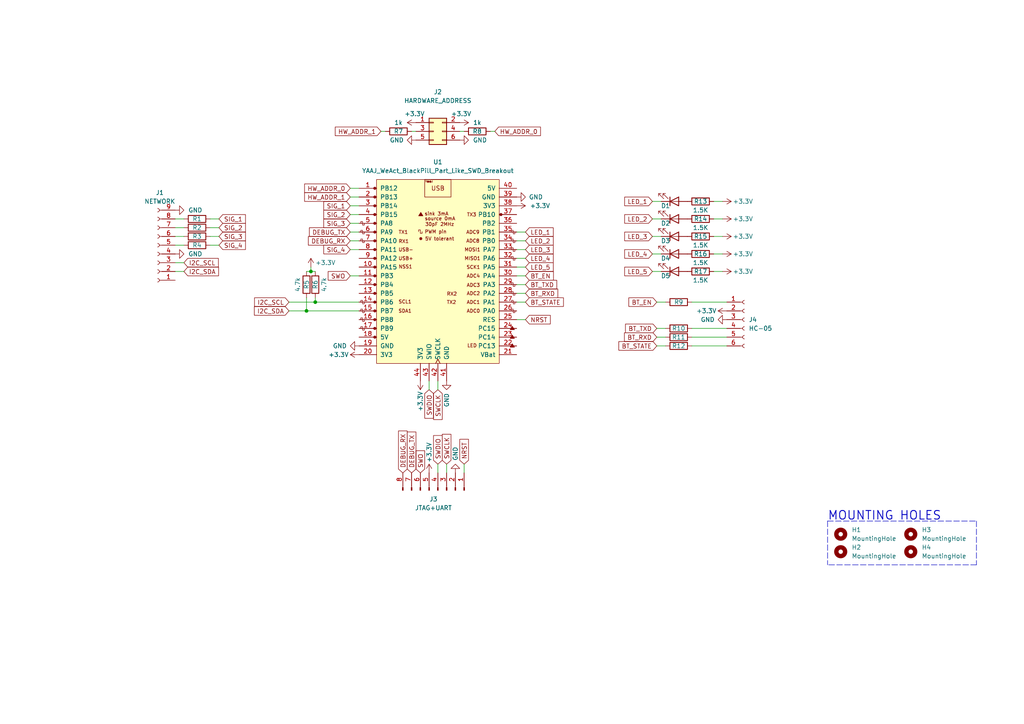
<source format=kicad_sch>
(kicad_sch (version 20211123) (generator eeschema)

  (uuid 9f728d24-371f-41c1-ad48-1f67be057f54)

  (paper "A4")

  (title_block
    (title "PQ60 Template")
    (date "2022-09-25")
    (rev "r1")
    (company "CodeAbove")
  )

  (lib_symbols
    (symbol "Connector:Conn_01x06_Female" (pin_names (offset 1.016) hide) (in_bom yes) (on_board yes)
      (property "Reference" "J" (id 0) (at 0 7.62 0)
        (effects (font (size 1.27 1.27)))
      )
      (property "Value" "Conn_01x06_Female" (id 1) (at 0 -10.16 0)
        (effects (font (size 1.27 1.27)))
      )
      (property "Footprint" "" (id 2) (at 0 0 0)
        (effects (font (size 1.27 1.27)) hide)
      )
      (property "Datasheet" "~" (id 3) (at 0 0 0)
        (effects (font (size 1.27 1.27)) hide)
      )
      (property "ki_keywords" "connector" (id 4) (at 0 0 0)
        (effects (font (size 1.27 1.27)) hide)
      )
      (property "ki_description" "Generic connector, single row, 01x06, script generated (kicad-library-utils/schlib/autogen/connector/)" (id 5) (at 0 0 0)
        (effects (font (size 1.27 1.27)) hide)
      )
      (property "ki_fp_filters" "Connector*:*_1x??_*" (id 6) (at 0 0 0)
        (effects (font (size 1.27 1.27)) hide)
      )
      (symbol "Conn_01x06_Female_1_1"
        (arc (start 0 -7.112) (mid -0.508 -7.62) (end 0 -8.128)
          (stroke (width 0.1524) (type default) (color 0 0 0 0))
          (fill (type none))
        )
        (arc (start 0 -4.572) (mid -0.508 -5.08) (end 0 -5.588)
          (stroke (width 0.1524) (type default) (color 0 0 0 0))
          (fill (type none))
        )
        (arc (start 0 -2.032) (mid -0.508 -2.54) (end 0 -3.048)
          (stroke (width 0.1524) (type default) (color 0 0 0 0))
          (fill (type none))
        )
        (polyline
          (pts
            (xy -1.27 -7.62)
            (xy -0.508 -7.62)
          )
          (stroke (width 0.1524) (type default) (color 0 0 0 0))
          (fill (type none))
        )
        (polyline
          (pts
            (xy -1.27 -5.08)
            (xy -0.508 -5.08)
          )
          (stroke (width 0.1524) (type default) (color 0 0 0 0))
          (fill (type none))
        )
        (polyline
          (pts
            (xy -1.27 -2.54)
            (xy -0.508 -2.54)
          )
          (stroke (width 0.1524) (type default) (color 0 0 0 0))
          (fill (type none))
        )
        (polyline
          (pts
            (xy -1.27 0)
            (xy -0.508 0)
          )
          (stroke (width 0.1524) (type default) (color 0 0 0 0))
          (fill (type none))
        )
        (polyline
          (pts
            (xy -1.27 2.54)
            (xy -0.508 2.54)
          )
          (stroke (width 0.1524) (type default) (color 0 0 0 0))
          (fill (type none))
        )
        (polyline
          (pts
            (xy -1.27 5.08)
            (xy -0.508 5.08)
          )
          (stroke (width 0.1524) (type default) (color 0 0 0 0))
          (fill (type none))
        )
        (arc (start 0 0.508) (mid -0.508 0) (end 0 -0.508)
          (stroke (width 0.1524) (type default) (color 0 0 0 0))
          (fill (type none))
        )
        (arc (start 0 3.048) (mid -0.508 2.54) (end 0 2.032)
          (stroke (width 0.1524) (type default) (color 0 0 0 0))
          (fill (type none))
        )
        (arc (start 0 5.588) (mid -0.508 5.08) (end 0 4.572)
          (stroke (width 0.1524) (type default) (color 0 0 0 0))
          (fill (type none))
        )
        (pin passive line (at -5.08 5.08 0) (length 3.81)
          (name "Pin_1" (effects (font (size 1.27 1.27))))
          (number "1" (effects (font (size 1.27 1.27))))
        )
        (pin passive line (at -5.08 2.54 0) (length 3.81)
          (name "Pin_2" (effects (font (size 1.27 1.27))))
          (number "2" (effects (font (size 1.27 1.27))))
        )
        (pin passive line (at -5.08 0 0) (length 3.81)
          (name "Pin_3" (effects (font (size 1.27 1.27))))
          (number "3" (effects (font (size 1.27 1.27))))
        )
        (pin passive line (at -5.08 -2.54 0) (length 3.81)
          (name "Pin_4" (effects (font (size 1.27 1.27))))
          (number "4" (effects (font (size 1.27 1.27))))
        )
        (pin passive line (at -5.08 -5.08 0) (length 3.81)
          (name "Pin_5" (effects (font (size 1.27 1.27))))
          (number "5" (effects (font (size 1.27 1.27))))
        )
        (pin passive line (at -5.08 -7.62 0) (length 3.81)
          (name "Pin_6" (effects (font (size 1.27 1.27))))
          (number "6" (effects (font (size 1.27 1.27))))
        )
      )
    )
    (symbol "Connector:Conn_01x08_Male" (pin_names (offset 1.016) hide) (in_bom yes) (on_board yes)
      (property "Reference" "J" (id 0) (at 0 10.16 0)
        (effects (font (size 1.27 1.27)))
      )
      (property "Value" "Conn_01x08_Male" (id 1) (at 0 -12.7 0)
        (effects (font (size 1.27 1.27)))
      )
      (property "Footprint" "" (id 2) (at 0 0 0)
        (effects (font (size 1.27 1.27)) hide)
      )
      (property "Datasheet" "~" (id 3) (at 0 0 0)
        (effects (font (size 1.27 1.27)) hide)
      )
      (property "ki_keywords" "connector" (id 4) (at 0 0 0)
        (effects (font (size 1.27 1.27)) hide)
      )
      (property "ki_description" "Generic connector, single row, 01x08, script generated (kicad-library-utils/schlib/autogen/connector/)" (id 5) (at 0 0 0)
        (effects (font (size 1.27 1.27)) hide)
      )
      (property "ki_fp_filters" "Connector*:*_1x??_*" (id 6) (at 0 0 0)
        (effects (font (size 1.27 1.27)) hide)
      )
      (symbol "Conn_01x08_Male_1_1"
        (polyline
          (pts
            (xy 1.27 -10.16)
            (xy 0.8636 -10.16)
          )
          (stroke (width 0.1524) (type default) (color 0 0 0 0))
          (fill (type none))
        )
        (polyline
          (pts
            (xy 1.27 -7.62)
            (xy 0.8636 -7.62)
          )
          (stroke (width 0.1524) (type default) (color 0 0 0 0))
          (fill (type none))
        )
        (polyline
          (pts
            (xy 1.27 -5.08)
            (xy 0.8636 -5.08)
          )
          (stroke (width 0.1524) (type default) (color 0 0 0 0))
          (fill (type none))
        )
        (polyline
          (pts
            (xy 1.27 -2.54)
            (xy 0.8636 -2.54)
          )
          (stroke (width 0.1524) (type default) (color 0 0 0 0))
          (fill (type none))
        )
        (polyline
          (pts
            (xy 1.27 0)
            (xy 0.8636 0)
          )
          (stroke (width 0.1524) (type default) (color 0 0 0 0))
          (fill (type none))
        )
        (polyline
          (pts
            (xy 1.27 2.54)
            (xy 0.8636 2.54)
          )
          (stroke (width 0.1524) (type default) (color 0 0 0 0))
          (fill (type none))
        )
        (polyline
          (pts
            (xy 1.27 5.08)
            (xy 0.8636 5.08)
          )
          (stroke (width 0.1524) (type default) (color 0 0 0 0))
          (fill (type none))
        )
        (polyline
          (pts
            (xy 1.27 7.62)
            (xy 0.8636 7.62)
          )
          (stroke (width 0.1524) (type default) (color 0 0 0 0))
          (fill (type none))
        )
        (rectangle (start 0.8636 -10.033) (end 0 -10.287)
          (stroke (width 0.1524) (type default) (color 0 0 0 0))
          (fill (type outline))
        )
        (rectangle (start 0.8636 -7.493) (end 0 -7.747)
          (stroke (width 0.1524) (type default) (color 0 0 0 0))
          (fill (type outline))
        )
        (rectangle (start 0.8636 -4.953) (end 0 -5.207)
          (stroke (width 0.1524) (type default) (color 0 0 0 0))
          (fill (type outline))
        )
        (rectangle (start 0.8636 -2.413) (end 0 -2.667)
          (stroke (width 0.1524) (type default) (color 0 0 0 0))
          (fill (type outline))
        )
        (rectangle (start 0.8636 0.127) (end 0 -0.127)
          (stroke (width 0.1524) (type default) (color 0 0 0 0))
          (fill (type outline))
        )
        (rectangle (start 0.8636 2.667) (end 0 2.413)
          (stroke (width 0.1524) (type default) (color 0 0 0 0))
          (fill (type outline))
        )
        (rectangle (start 0.8636 5.207) (end 0 4.953)
          (stroke (width 0.1524) (type default) (color 0 0 0 0))
          (fill (type outline))
        )
        (rectangle (start 0.8636 7.747) (end 0 7.493)
          (stroke (width 0.1524) (type default) (color 0 0 0 0))
          (fill (type outline))
        )
        (pin passive line (at 5.08 7.62 180) (length 3.81)
          (name "Pin_1" (effects (font (size 1.27 1.27))))
          (number "1" (effects (font (size 1.27 1.27))))
        )
        (pin passive line (at 5.08 5.08 180) (length 3.81)
          (name "Pin_2" (effects (font (size 1.27 1.27))))
          (number "2" (effects (font (size 1.27 1.27))))
        )
        (pin passive line (at 5.08 2.54 180) (length 3.81)
          (name "Pin_3" (effects (font (size 1.27 1.27))))
          (number "3" (effects (font (size 1.27 1.27))))
        )
        (pin passive line (at 5.08 0 180) (length 3.81)
          (name "Pin_4" (effects (font (size 1.27 1.27))))
          (number "4" (effects (font (size 1.27 1.27))))
        )
        (pin passive line (at 5.08 -2.54 180) (length 3.81)
          (name "Pin_5" (effects (font (size 1.27 1.27))))
          (number "5" (effects (font (size 1.27 1.27))))
        )
        (pin passive line (at 5.08 -5.08 180) (length 3.81)
          (name "Pin_6" (effects (font (size 1.27 1.27))))
          (number "6" (effects (font (size 1.27 1.27))))
        )
        (pin passive line (at 5.08 -7.62 180) (length 3.81)
          (name "Pin_7" (effects (font (size 1.27 1.27))))
          (number "7" (effects (font (size 1.27 1.27))))
        )
        (pin passive line (at 5.08 -10.16 180) (length 3.81)
          (name "Pin_8" (effects (font (size 1.27 1.27))))
          (number "8" (effects (font (size 1.27 1.27))))
        )
      )
    )
    (symbol "Connector:Conn_01x09_Female" (pin_names (offset 1.016) hide) (in_bom yes) (on_board yes)
      (property "Reference" "J" (id 0) (at 0 12.7 0)
        (effects (font (size 1.27 1.27)))
      )
      (property "Value" "Conn_01x09_Female" (id 1) (at 0 -12.7 0)
        (effects (font (size 1.27 1.27)))
      )
      (property "Footprint" "" (id 2) (at 0 0 0)
        (effects (font (size 1.27 1.27)) hide)
      )
      (property "Datasheet" "~" (id 3) (at 0 0 0)
        (effects (font (size 1.27 1.27)) hide)
      )
      (property "ki_keywords" "connector" (id 4) (at 0 0 0)
        (effects (font (size 1.27 1.27)) hide)
      )
      (property "ki_description" "Generic connector, single row, 01x09, script generated (kicad-library-utils/schlib/autogen/connector/)" (id 5) (at 0 0 0)
        (effects (font (size 1.27 1.27)) hide)
      )
      (property "ki_fp_filters" "Connector*:*_1x??_*" (id 6) (at 0 0 0)
        (effects (font (size 1.27 1.27)) hide)
      )
      (symbol "Conn_01x09_Female_1_1"
        (arc (start 0 -9.652) (mid -0.508 -10.16) (end 0 -10.668)
          (stroke (width 0.1524) (type default) (color 0 0 0 0))
          (fill (type none))
        )
        (arc (start 0 -7.112) (mid -0.508 -7.62) (end 0 -8.128)
          (stroke (width 0.1524) (type default) (color 0 0 0 0))
          (fill (type none))
        )
        (arc (start 0 -4.572) (mid -0.508 -5.08) (end 0 -5.588)
          (stroke (width 0.1524) (type default) (color 0 0 0 0))
          (fill (type none))
        )
        (arc (start 0 -2.032) (mid -0.508 -2.54) (end 0 -3.048)
          (stroke (width 0.1524) (type default) (color 0 0 0 0))
          (fill (type none))
        )
        (polyline
          (pts
            (xy -1.27 -10.16)
            (xy -0.508 -10.16)
          )
          (stroke (width 0.1524) (type default) (color 0 0 0 0))
          (fill (type none))
        )
        (polyline
          (pts
            (xy -1.27 -7.62)
            (xy -0.508 -7.62)
          )
          (stroke (width 0.1524) (type default) (color 0 0 0 0))
          (fill (type none))
        )
        (polyline
          (pts
            (xy -1.27 -5.08)
            (xy -0.508 -5.08)
          )
          (stroke (width 0.1524) (type default) (color 0 0 0 0))
          (fill (type none))
        )
        (polyline
          (pts
            (xy -1.27 -2.54)
            (xy -0.508 -2.54)
          )
          (stroke (width 0.1524) (type default) (color 0 0 0 0))
          (fill (type none))
        )
        (polyline
          (pts
            (xy -1.27 0)
            (xy -0.508 0)
          )
          (stroke (width 0.1524) (type default) (color 0 0 0 0))
          (fill (type none))
        )
        (polyline
          (pts
            (xy -1.27 2.54)
            (xy -0.508 2.54)
          )
          (stroke (width 0.1524) (type default) (color 0 0 0 0))
          (fill (type none))
        )
        (polyline
          (pts
            (xy -1.27 5.08)
            (xy -0.508 5.08)
          )
          (stroke (width 0.1524) (type default) (color 0 0 0 0))
          (fill (type none))
        )
        (polyline
          (pts
            (xy -1.27 7.62)
            (xy -0.508 7.62)
          )
          (stroke (width 0.1524) (type default) (color 0 0 0 0))
          (fill (type none))
        )
        (polyline
          (pts
            (xy -1.27 10.16)
            (xy -0.508 10.16)
          )
          (stroke (width 0.1524) (type default) (color 0 0 0 0))
          (fill (type none))
        )
        (arc (start 0 0.508) (mid -0.508 0) (end 0 -0.508)
          (stroke (width 0.1524) (type default) (color 0 0 0 0))
          (fill (type none))
        )
        (arc (start 0 3.048) (mid -0.508 2.54) (end 0 2.032)
          (stroke (width 0.1524) (type default) (color 0 0 0 0))
          (fill (type none))
        )
        (arc (start 0 5.588) (mid -0.508 5.08) (end 0 4.572)
          (stroke (width 0.1524) (type default) (color 0 0 0 0))
          (fill (type none))
        )
        (arc (start 0 8.128) (mid -0.508 7.62) (end 0 7.112)
          (stroke (width 0.1524) (type default) (color 0 0 0 0))
          (fill (type none))
        )
        (arc (start 0 10.668) (mid -0.508 10.16) (end 0 9.652)
          (stroke (width 0.1524) (type default) (color 0 0 0 0))
          (fill (type none))
        )
        (pin passive line (at -5.08 10.16 0) (length 3.81)
          (name "Pin_1" (effects (font (size 1.27 1.27))))
          (number "1" (effects (font (size 1.27 1.27))))
        )
        (pin passive line (at -5.08 7.62 0) (length 3.81)
          (name "Pin_2" (effects (font (size 1.27 1.27))))
          (number "2" (effects (font (size 1.27 1.27))))
        )
        (pin passive line (at -5.08 5.08 0) (length 3.81)
          (name "Pin_3" (effects (font (size 1.27 1.27))))
          (number "3" (effects (font (size 1.27 1.27))))
        )
        (pin passive line (at -5.08 2.54 0) (length 3.81)
          (name "Pin_4" (effects (font (size 1.27 1.27))))
          (number "4" (effects (font (size 1.27 1.27))))
        )
        (pin passive line (at -5.08 0 0) (length 3.81)
          (name "Pin_5" (effects (font (size 1.27 1.27))))
          (number "5" (effects (font (size 1.27 1.27))))
        )
        (pin passive line (at -5.08 -2.54 0) (length 3.81)
          (name "Pin_6" (effects (font (size 1.27 1.27))))
          (number "6" (effects (font (size 1.27 1.27))))
        )
        (pin passive line (at -5.08 -5.08 0) (length 3.81)
          (name "Pin_7" (effects (font (size 1.27 1.27))))
          (number "7" (effects (font (size 1.27 1.27))))
        )
        (pin passive line (at -5.08 -7.62 0) (length 3.81)
          (name "Pin_8" (effects (font (size 1.27 1.27))))
          (number "8" (effects (font (size 1.27 1.27))))
        )
        (pin passive line (at -5.08 -10.16 0) (length 3.81)
          (name "Pin_9" (effects (font (size 1.27 1.27))))
          (number "9" (effects (font (size 1.27 1.27))))
        )
      )
    )
    (symbol "Connector_Generic:Conn_02x03_Odd_Even" (pin_names (offset 1.016) hide) (in_bom yes) (on_board yes)
      (property "Reference" "J" (id 0) (at 1.27 5.08 0)
        (effects (font (size 1.27 1.27)))
      )
      (property "Value" "Conn_02x03_Odd_Even" (id 1) (at 1.27 -5.08 0)
        (effects (font (size 1.27 1.27)))
      )
      (property "Footprint" "" (id 2) (at 0 0 0)
        (effects (font (size 1.27 1.27)) hide)
      )
      (property "Datasheet" "~" (id 3) (at 0 0 0)
        (effects (font (size 1.27 1.27)) hide)
      )
      (property "ki_keywords" "connector" (id 4) (at 0 0 0)
        (effects (font (size 1.27 1.27)) hide)
      )
      (property "ki_description" "Generic connector, double row, 02x03, odd/even pin numbering scheme (row 1 odd numbers, row 2 even numbers), script generated (kicad-library-utils/schlib/autogen/connector/)" (id 5) (at 0 0 0)
        (effects (font (size 1.27 1.27)) hide)
      )
      (property "ki_fp_filters" "Connector*:*_2x??_*" (id 6) (at 0 0 0)
        (effects (font (size 1.27 1.27)) hide)
      )
      (symbol "Conn_02x03_Odd_Even_1_1"
        (rectangle (start -1.27 -2.413) (end 0 -2.667)
          (stroke (width 0.1524) (type default) (color 0 0 0 0))
          (fill (type none))
        )
        (rectangle (start -1.27 0.127) (end 0 -0.127)
          (stroke (width 0.1524) (type default) (color 0 0 0 0))
          (fill (type none))
        )
        (rectangle (start -1.27 2.667) (end 0 2.413)
          (stroke (width 0.1524) (type default) (color 0 0 0 0))
          (fill (type none))
        )
        (rectangle (start -1.27 3.81) (end 3.81 -3.81)
          (stroke (width 0.254) (type default) (color 0 0 0 0))
          (fill (type background))
        )
        (rectangle (start 3.81 -2.413) (end 2.54 -2.667)
          (stroke (width 0.1524) (type default) (color 0 0 0 0))
          (fill (type none))
        )
        (rectangle (start 3.81 0.127) (end 2.54 -0.127)
          (stroke (width 0.1524) (type default) (color 0 0 0 0))
          (fill (type none))
        )
        (rectangle (start 3.81 2.667) (end 2.54 2.413)
          (stroke (width 0.1524) (type default) (color 0 0 0 0))
          (fill (type none))
        )
        (pin passive line (at -5.08 2.54 0) (length 3.81)
          (name "Pin_1" (effects (font (size 1.27 1.27))))
          (number "1" (effects (font (size 1.27 1.27))))
        )
        (pin passive line (at 7.62 2.54 180) (length 3.81)
          (name "Pin_2" (effects (font (size 1.27 1.27))))
          (number "2" (effects (font (size 1.27 1.27))))
        )
        (pin passive line (at -5.08 0 0) (length 3.81)
          (name "Pin_3" (effects (font (size 1.27 1.27))))
          (number "3" (effects (font (size 1.27 1.27))))
        )
        (pin passive line (at 7.62 0 180) (length 3.81)
          (name "Pin_4" (effects (font (size 1.27 1.27))))
          (number "4" (effects (font (size 1.27 1.27))))
        )
        (pin passive line (at -5.08 -2.54 0) (length 3.81)
          (name "Pin_5" (effects (font (size 1.27 1.27))))
          (number "5" (effects (font (size 1.27 1.27))))
        )
        (pin passive line (at 7.62 -2.54 180) (length 3.81)
          (name "Pin_6" (effects (font (size 1.27 1.27))))
          (number "6" (effects (font (size 1.27 1.27))))
        )
      )
    )
    (symbol "Device:LED" (pin_numbers hide) (pin_names (offset 1.016) hide) (in_bom yes) (on_board yes)
      (property "Reference" "D" (id 0) (at 0 2.54 0)
        (effects (font (size 1.27 1.27)))
      )
      (property "Value" "LED" (id 1) (at 0 -2.54 0)
        (effects (font (size 1.27 1.27)))
      )
      (property "Footprint" "" (id 2) (at 0 0 0)
        (effects (font (size 1.27 1.27)) hide)
      )
      (property "Datasheet" "~" (id 3) (at 0 0 0)
        (effects (font (size 1.27 1.27)) hide)
      )
      (property "ki_keywords" "LED diode" (id 4) (at 0 0 0)
        (effects (font (size 1.27 1.27)) hide)
      )
      (property "ki_description" "Light emitting diode" (id 5) (at 0 0 0)
        (effects (font (size 1.27 1.27)) hide)
      )
      (property "ki_fp_filters" "LED* LED_SMD:* LED_THT:*" (id 6) (at 0 0 0)
        (effects (font (size 1.27 1.27)) hide)
      )
      (symbol "LED_0_1"
        (polyline
          (pts
            (xy -1.27 -1.27)
            (xy -1.27 1.27)
          )
          (stroke (width 0.254) (type default) (color 0 0 0 0))
          (fill (type none))
        )
        (polyline
          (pts
            (xy -1.27 0)
            (xy 1.27 0)
          )
          (stroke (width 0) (type default) (color 0 0 0 0))
          (fill (type none))
        )
        (polyline
          (pts
            (xy 1.27 -1.27)
            (xy 1.27 1.27)
            (xy -1.27 0)
            (xy 1.27 -1.27)
          )
          (stroke (width 0.254) (type default) (color 0 0 0 0))
          (fill (type none))
        )
        (polyline
          (pts
            (xy -3.048 -0.762)
            (xy -4.572 -2.286)
            (xy -3.81 -2.286)
            (xy -4.572 -2.286)
            (xy -4.572 -1.524)
          )
          (stroke (width 0) (type default) (color 0 0 0 0))
          (fill (type none))
        )
        (polyline
          (pts
            (xy -1.778 -0.762)
            (xy -3.302 -2.286)
            (xy -2.54 -2.286)
            (xy -3.302 -2.286)
            (xy -3.302 -1.524)
          )
          (stroke (width 0) (type default) (color 0 0 0 0))
          (fill (type none))
        )
      )
      (symbol "LED_1_1"
        (pin passive line (at -3.81 0 0) (length 2.54)
          (name "K" (effects (font (size 1.27 1.27))))
          (number "1" (effects (font (size 1.27 1.27))))
        )
        (pin passive line (at 3.81 0 180) (length 2.54)
          (name "A" (effects (font (size 1.27 1.27))))
          (number "2" (effects (font (size 1.27 1.27))))
        )
      )
    )
    (symbol "Device:R" (pin_numbers hide) (pin_names (offset 0)) (in_bom yes) (on_board yes)
      (property "Reference" "R" (id 0) (at 2.032 0 90)
        (effects (font (size 1.27 1.27)))
      )
      (property "Value" "R" (id 1) (at 0 0 90)
        (effects (font (size 1.27 1.27)))
      )
      (property "Footprint" "" (id 2) (at -1.778 0 90)
        (effects (font (size 1.27 1.27)) hide)
      )
      (property "Datasheet" "~" (id 3) (at 0 0 0)
        (effects (font (size 1.27 1.27)) hide)
      )
      (property "ki_keywords" "R res resistor" (id 4) (at 0 0 0)
        (effects (font (size 1.27 1.27)) hide)
      )
      (property "ki_description" "Resistor" (id 5) (at 0 0 0)
        (effects (font (size 1.27 1.27)) hide)
      )
      (property "ki_fp_filters" "R_*" (id 6) (at 0 0 0)
        (effects (font (size 1.27 1.27)) hide)
      )
      (symbol "R_0_1"
        (rectangle (start -1.016 -2.54) (end 1.016 2.54)
          (stroke (width 0.254) (type default) (color 0 0 0 0))
          (fill (type none))
        )
      )
      (symbol "R_1_1"
        (pin passive line (at 0 3.81 270) (length 1.27)
          (name "~" (effects (font (size 1.27 1.27))))
          (number "1" (effects (font (size 1.27 1.27))))
        )
        (pin passive line (at 0 -3.81 90) (length 1.27)
          (name "~" (effects (font (size 1.27 1.27))))
          (number "2" (effects (font (size 1.27 1.27))))
        )
      )
    )
    (symbol "Mechanical:MountingHole" (pin_names (offset 1.016)) (in_bom yes) (on_board yes)
      (property "Reference" "H" (id 0) (at 0 5.08 0)
        (effects (font (size 1.27 1.27)))
      )
      (property "Value" "MountingHole" (id 1) (at 0 3.175 0)
        (effects (font (size 1.27 1.27)))
      )
      (property "Footprint" "" (id 2) (at 0 0 0)
        (effects (font (size 1.27 1.27)) hide)
      )
      (property "Datasheet" "~" (id 3) (at 0 0 0)
        (effects (font (size 1.27 1.27)) hide)
      )
      (property "ki_keywords" "mounting hole" (id 4) (at 0 0 0)
        (effects (font (size 1.27 1.27)) hide)
      )
      (property "ki_description" "Mounting Hole without connection" (id 5) (at 0 0 0)
        (effects (font (size 1.27 1.27)) hide)
      )
      (property "ki_fp_filters" "MountingHole*" (id 6) (at 0 0 0)
        (effects (font (size 1.27 1.27)) hide)
      )
      (symbol "MountingHole_0_1"
        (circle (center 0 0) (radius 1.27)
          (stroke (width 1.27) (type default) (color 0 0 0 0))
          (fill (type none))
        )
      )
    )
    (symbol "YAAJ_WeAct_BlackPill_Part_Like_SWD_Breakout:YAAJ_WeAct_BlackPill_Part_Like_SWD_Breakout" (pin_names (offset 1.016)) (in_bom yes) (on_board yes)
      (property "Reference" "U" (id 0) (at -17.526 27.94 0)
        (effects (font (size 1.27 1.27)))
      )
      (property "Value" "YAAJ_WeAct_BlackPill_Part_Like_SWD_Breakout" (id 1) (at 9.144 27.94 0)
        (effects (font (size 1.27 1.27)))
      )
      (property "Footprint" "Kicad-STM32:YAAJ_WeAct_BlackPill_SWD_2" (id 2) (at 0.254 -44.45 0)
        (effects (font (size 1.27 1.27)) hide)
      )
      (property "Datasheet" "" (id 3) (at 20.32 -25.4 0)
        (effects (font (size 1.27 1.27)) hide)
      )
      (property "ki_keywords" "module black pill STM32 SWD" (id 4) (at 0 0 0)
        (effects (font (size 1.27 1.27)) hide)
      )
      (property "ki_description" "WeAct STM32F401/411 Black Pill ; not KLC compliant ; SWD broken out" (id 5) (at 0 0 0)
        (effects (font (size 1.27 1.27)) hide)
      )
      (symbol "YAAJ_WeAct_BlackPill_Part_Like_SWD_Breakout_0_0"
        (circle (center -18.288 -20.32) (radius 0.3556)
          (stroke (width 0) (type default) (color 0 0 0 0))
          (fill (type outline))
        )
        (circle (center -18.288 -17.78) (radius 0.3556)
          (stroke (width 0) (type default) (color 0 0 0 0))
          (fill (type outline))
        )
        (circle (center -18.288 -15.24) (radius 0.3556)
          (stroke (width 0) (type default) (color 0 0 0 0))
          (fill (type outline))
        )
        (circle (center -18.288 -12.7) (radius 0.3556)
          (stroke (width 0) (type default) (color 0 0 0 0))
          (fill (type outline))
        )
        (circle (center -18.288 -10.16) (radius 0.3556)
          (stroke (width 0) (type default) (color 0 0 0 0))
          (fill (type outline))
        )
        (circle (center -18.288 -7.62) (radius 0.3556)
          (stroke (width 0) (type default) (color 0 0 0 0))
          (fill (type outline))
        )
        (circle (center -18.288 -5.08) (radius 0.3556)
          (stroke (width 0) (type default) (color 0 0 0 0))
          (fill (type outline))
        )
        (circle (center -18.288 -2.54) (radius 0.3556)
          (stroke (width 0) (type default) (color 0 0 0 0))
          (fill (type outline))
        )
        (circle (center -18.288 0) (radius 0.3556)
          (stroke (width 0) (type default) (color 0 0 0 0))
          (fill (type outline))
        )
        (circle (center -18.288 2.54) (radius 0.3556)
          (stroke (width 0) (type default) (color 0 0 0 0))
          (fill (type outline))
        )
        (circle (center -18.288 5.08) (radius 0.3556)
          (stroke (width 0) (type default) (color 0 0 0 0))
          (fill (type outline))
        )
        (circle (center -18.288 7.62) (radius 0.3556)
          (stroke (width 0) (type default) (color 0 0 0 0))
          (fill (type outline))
        )
        (circle (center -18.288 10.16) (radius 0.3556)
          (stroke (width 0) (type default) (color 0 0 0 0))
          (fill (type outline))
        )
        (circle (center -18.288 12.7) (radius 0.3556)
          (stroke (width 0) (type default) (color 0 0 0 0))
          (fill (type outline))
        )
        (circle (center -18.288 15.24) (radius 0.3556)
          (stroke (width 0) (type default) (color 0 0 0 0))
          (fill (type outline))
        )
        (circle (center -18.288 17.78) (radius 0.3556)
          (stroke (width 0) (type default) (color 0 0 0 0))
          (fill (type outline))
        )
        (circle (center -18.288 22.86) (radius 0.3556)
          (stroke (width 0) (type default) (color 0 0 0 0))
          (fill (type outline))
        )
        (circle (center -4.953 8.255) (radius 0.127)
          (stroke (width 0) (type default) (color 0 0 0 0))
          (fill (type outline))
        )
        (circle (center -4.953 8.255) (radius 0.254)
          (stroke (width 0) (type default) (color 0 0 0 0))
          (fill (type none))
        )
        (circle (center -4.953 8.255) (radius 0.3556)
          (stroke (width 0) (type default) (color 0 0 0 0))
          (fill (type none))
        )
        (polyline
          (pts
            (xy -5.588 14.859)
            (xy -4.953 15.875)
            (xy -4.318 14.859)
            (xy -5.588 14.859)
            (xy -4.953 15.748)
            (xy -4.445 14.859)
            (xy -5.461 14.986)
            (xy -4.953 15.621)
            (xy -4.572 14.859)
            (xy -5.334 15.113)
            (xy -4.826 15.494)
            (xy -4.699 14.859)
            (xy -5.207 15.24)
            (xy -4.699 15.367)
            (xy -4.826 14.986)
            (xy -5.08 15.24)
            (xy -4.826 15.113)
            (xy -4.953 15.367)
          )
          (stroke (width 0) (type default) (color 0 0 0 0))
          (fill (type none))
        )
        (polyline
          (pts
            (xy 20.955 -23.241)
            (xy 21.59 -22.225)
            (xy 22.225 -23.241)
            (xy 20.955 -23.241)
            (xy 21.59 -22.352)
            (xy 22.098 -23.241)
            (xy 21.082 -23.114)
            (xy 21.59 -22.479)
            (xy 21.971 -23.241)
            (xy 21.209 -22.987)
            (xy 21.717 -22.606)
            (xy 21.844 -23.241)
            (xy 21.336 -22.86)
            (xy 21.844 -22.733)
            (xy 21.717 -23.114)
            (xy 21.463 -22.86)
            (xy 21.717 -22.987)
            (xy 21.59 -22.733)
          )
          (stroke (width 0) (type default) (color 0 0 0 0))
          (fill (type none))
        )
        (polyline
          (pts
            (xy 20.955 -20.701)
            (xy 21.59 -19.685)
            (xy 22.225 -20.701)
            (xy 20.955 -20.701)
            (xy 21.59 -19.812)
            (xy 22.098 -20.701)
            (xy 21.082 -20.574)
            (xy 21.59 -19.939)
            (xy 21.971 -20.701)
            (xy 21.209 -20.447)
            (xy 21.717 -20.066)
            (xy 21.844 -20.701)
            (xy 21.336 -20.32)
            (xy 21.844 -20.193)
            (xy 21.717 -20.574)
            (xy 21.463 -20.32)
            (xy 21.717 -20.447)
            (xy 21.59 -20.193)
          )
          (stroke (width 0) (type default) (color 0 0 0 0))
          (fill (type none))
        )
        (polyline
          (pts
            (xy 20.955 -18.161)
            (xy 21.59 -17.145)
            (xy 22.225 -18.161)
            (xy 20.955 -18.161)
            (xy 21.59 -17.272)
            (xy 22.098 -18.161)
            (xy 21.082 -18.034)
            (xy 21.59 -17.399)
            (xy 21.971 -18.161)
            (xy 21.209 -17.907)
            (xy 21.717 -17.526)
            (xy 21.844 -18.161)
            (xy 21.336 -17.78)
            (xy 21.844 -17.653)
            (xy 21.717 -18.034)
            (xy 21.463 -17.78)
            (xy 21.717 -17.907)
            (xy 21.59 -17.653)
          )
          (stroke (width 0) (type default) (color 0 0 0 0))
          (fill (type none))
        )
        (circle (center 18.288 15.24) (radius 0.254)
          (stroke (width 0) (type default) (color 0 0 0 0))
          (fill (type outline))
        )
        (circle (center 18.288 15.24) (radius 0.3556)
          (stroke (width 0) (type default) (color 0 0 0 0))
          (fill (type none))
        )
        (text "30pF 2MHz" (at 0.508 12.446 0)
          (effects (font (size 0.9906 0.9906)))
        )
        (text "5V tolerant" (at 0.508 8.255 0)
          (effects (font (size 0.9906 0.9906)))
        )
        (text "ADC0" (at 10.287 -12.7 0)
          (effects (font (size 0.9906 0.9906)))
        )
        (text "ADC1" (at 10.287 -10.16 0)
          (effects (font (size 0.9906 0.9906)))
        )
        (text "ADC2" (at 10.287 -7.62 0)
          (effects (font (size 0.9906 0.9906)))
        )
        (text "ADC3" (at 10.287 -5.207 0)
          (effects (font (size 0.9906 0.9906)))
        )
        (text "ADC4" (at 10.287 -2.54 0)
          (effects (font (size 0.9906 0.9906)))
        )
        (text "ADC8" (at 10.16 7.62 0)
          (effects (font (size 0.9906 0.9906)))
        )
        (text "ADC9" (at 10.16 10.16 0)
          (effects (font (size 0.9906 0.9906)))
        )
        (text "LED" (at 9.906 -22.733 0)
          (effects (font (size 0.9906 0.9906)))
        )
        (text "MISO1" (at 10.033 2.54 0)
          (effects (font (size 0.9906 0.9906)))
        )
        (text "MOSI1" (at 10.033 5.08 0)
          (effects (font (size 0.9906 0.9906)))
        )
        (text "NSS1" (at -9.398 0.127 0)
          (effects (font (size 0.9906 0.9906)))
        )
        (text "PWM pin" (at -0.635 10.287 0)
          (effects (font (size 0.9906 0.9906)))
        )
        (text "RX1" (at -9.906 7.493 0)
          (effects (font (size 0.9906 0.9906)))
        )
        (text "RX2" (at 4.064 -7.747 0)
          (effects (font (size 0.9906 0.9906)))
        )
        (text "SCK1" (at 10.287 0 0)
          (effects (font (size 0.9906 0.9906)))
        )
        (text "SCL1" (at -9.525 -10.033 0)
          (effects (font (size 0.9906 0.9906)))
        )
        (text "SDA1" (at -9.525 -12.7 0)
          (effects (font (size 0.9906 0.9906)))
        )
        (text "sink 3mA" (at -0.381 15.494 0)
          (effects (font (size 0.9906 0.9906)))
        )
        (text "source 0mA" (at 0.635 14.097 0)
          (effects (font (size 0.9906 0.9906)))
        )
        (text "TX1" (at -10.033 10.16 0)
          (effects (font (size 0.9906 0.9906)))
        )
        (text "TX2" (at 3.937 -10.16 0)
          (effects (font (size 0.9906 0.9906)))
        )
        (text "TX3" (at 9.779 15.24 0)
          (effects (font (size 0.9906 0.9906)))
        )
        (text "USB" (at 0 22.86 0)
          (effects (font (size 1.27 1.27)))
        )
        (text "USB+" (at -9.271 2.54 0)
          (effects (font (size 0.9906 0.9906)))
        )
        (text "USB-" (at -9.271 5.08 0)
          (effects (font (size 0.9906 0.9906)))
        )
        (text "Y@@J" (at -2.5654 24.8412 0)
          (effects (font (size 0.508 0.508)))
        )
      )
      (symbol "YAAJ_WeAct_BlackPill_Part_Like_SWD_Breakout_0_1"
        (rectangle (start -17.78 25.4) (end 17.78 -27.94)
          (stroke (width 0) (type default) (color 0 0 0 0))
          (fill (type background))
        )
        (polyline
          (pts
            (xy -21.336 -17.78)
            (xy -21.336 -18.288)
            (xy -21.844 -18.288)
            (xy -21.844 -17.272)
            (xy -22.352 -17.272)
            (xy -22.352 -17.78)
          )
          (stroke (width 0) (type default) (color 0 0 0 0))
          (fill (type none))
        )
        (polyline
          (pts
            (xy -21.336 -15.24)
            (xy -21.336 -15.748)
            (xy -21.844 -15.748)
            (xy -21.844 -14.732)
            (xy -22.352 -14.732)
            (xy -22.352 -15.24)
          )
          (stroke (width 0) (type default) (color 0 0 0 0))
          (fill (type none))
        )
        (polyline
          (pts
            (xy -21.336 -12.7)
            (xy -21.336 -13.208)
            (xy -21.844 -13.208)
            (xy -21.844 -12.192)
            (xy -22.352 -12.192)
            (xy -22.352 -12.7)
          )
          (stroke (width 0) (type default) (color 0 0 0 0))
          (fill (type none))
        )
        (polyline
          (pts
            (xy -21.336 -10.16)
            (xy -21.336 -10.668)
            (xy -21.844 -10.668)
            (xy -21.844 -9.652)
            (xy -22.352 -9.652)
            (xy -22.352 -10.16)
          )
          (stroke (width 0) (type default) (color 0 0 0 0))
          (fill (type none))
        )
        (polyline
          (pts
            (xy -21.336 7.62)
            (xy -21.336 7.112)
            (xy -21.844 7.112)
            (xy -21.844 8.128)
            (xy -22.352 8.128)
            (xy -22.352 7.62)
          )
          (stroke (width 0) (type default) (color 0 0 0 0))
          (fill (type none))
        )
        (polyline
          (pts
            (xy -21.336 10.16)
            (xy -21.336 9.652)
            (xy -21.844 9.652)
            (xy -21.844 10.668)
            (xy -22.352 10.668)
            (xy -22.352 10.16)
          )
          (stroke (width 0) (type default) (color 0 0 0 0))
          (fill (type none))
        )
        (polyline
          (pts
            (xy -21.336 12.7)
            (xy -21.336 12.192)
            (xy -21.844 12.192)
            (xy -21.844 13.208)
            (xy -22.352 13.208)
            (xy -22.352 12.7)
          )
          (stroke (width 0) (type default) (color 0 0 0 0))
          (fill (type none))
        )
        (polyline
          (pts
            (xy -4.572 10.287)
            (xy -4.572 9.779)
            (xy -5.08 9.779)
            (xy -5.08 10.795)
            (xy -5.588 10.795)
            (xy -5.588 10.287)
          )
          (stroke (width 0) (type default) (color 0 0 0 0))
          (fill (type none))
        )
        (polyline
          (pts
            (xy 22.352 -12.7)
            (xy 22.352 -13.208)
            (xy 21.844 -13.208)
            (xy 21.844 -12.192)
            (xy 21.336 -12.192)
            (xy 21.336 -12.7)
          )
          (stroke (width 0) (type default) (color 0 0 0 0))
          (fill (type none))
        )
        (polyline
          (pts
            (xy 22.352 -10.16)
            (xy 22.352 -10.668)
            (xy 21.844 -10.668)
            (xy 21.844 -9.652)
            (xy 21.336 -9.652)
            (xy 21.336 -10.16)
          )
          (stroke (width 0) (type default) (color 0 0 0 0))
          (fill (type none))
        )
        (polyline
          (pts
            (xy 22.352 -7.62)
            (xy 22.352 -8.128)
            (xy 21.844 -8.128)
            (xy 21.844 -7.112)
            (xy 21.336 -7.112)
            (xy 21.336 -7.62)
          )
          (stroke (width 0) (type default) (color 0 0 0 0))
          (fill (type none))
        )
        (polyline
          (pts
            (xy 22.352 -5.08)
            (xy 22.352 -5.588)
            (xy 21.844 -5.588)
            (xy 21.844 -4.572)
            (xy 21.336 -4.572)
            (xy 21.336 -5.08)
          )
          (stroke (width 0) (type default) (color 0 0 0 0))
          (fill (type none))
        )
        (polyline
          (pts
            (xy 22.352 2.54)
            (xy 22.352 2.032)
            (xy 21.844 2.032)
            (xy 21.844 3.048)
            (xy 21.336 3.048)
            (xy 21.336 2.54)
          )
          (stroke (width 0) (type default) (color 0 0 0 0))
          (fill (type none))
        )
        (polyline
          (pts
            (xy 22.352 5.08)
            (xy 22.352 4.572)
            (xy 21.844 4.572)
            (xy 21.844 5.588)
            (xy 21.336 5.588)
            (xy 21.336 5.08)
          )
          (stroke (width 0) (type default) (color 0 0 0 0))
          (fill (type none))
        )
        (polyline
          (pts
            (xy 22.352 7.62)
            (xy 22.352 7.112)
            (xy 21.844 7.112)
            (xy 21.844 8.128)
            (xy 21.336 8.128)
            (xy 21.336 7.62)
          )
          (stroke (width 0) (type default) (color 0 0 0 0))
          (fill (type none))
        )
        (polyline
          (pts
            (xy 22.352 10.16)
            (xy 22.352 9.652)
            (xy 21.844 9.652)
            (xy 21.844 10.668)
            (xy 21.336 10.668)
            (xy 21.336 10.16)
          )
          (stroke (width 0) (type default) (color 0 0 0 0))
          (fill (type none))
        )
        (rectangle (start 3.81 25.4) (end -3.81 20.32)
          (stroke (width 0) (type default) (color 0 0 0 0))
          (fill (type none))
        )
      )
      (symbol "YAAJ_WeAct_BlackPill_Part_Like_SWD_Breakout_1_1"
        (circle (center -18.288 20.32) (radius 0.3556)
          (stroke (width 0) (type default) (color 0 0 0 0))
          (fill (type outline))
        )
        (pin bidirectional line (at -22.86 22.86 0) (length 5.08)
          (name "PB12" (effects (font (size 1.27 1.27))))
          (number "1" (effects (font (size 1.27 1.27))))
        )
        (pin bidirectional line (at -22.86 0 0) (length 5.08)
          (name "PA15" (effects (font (size 1.27 1.27))))
          (number "10" (effects (font (size 1.27 1.27))))
        )
        (pin bidirectional line (at -22.86 -2.54 0) (length 5.08)
          (name "PB3" (effects (font (size 1.27 1.27))))
          (number "11" (effects (font (size 1.27 1.27))))
        )
        (pin bidirectional line (at -22.86 -5.08 0) (length 5.08)
          (name "PB4" (effects (font (size 1.27 1.27))))
          (number "12" (effects (font (size 1.27 1.27))))
        )
        (pin bidirectional line (at -22.86 -7.62 0) (length 5.08)
          (name "PB5" (effects (font (size 1.27 1.27))))
          (number "13" (effects (font (size 1.27 1.27))))
        )
        (pin bidirectional line (at -22.86 -10.16 0) (length 5.08)
          (name "PB6" (effects (font (size 1.27 1.27))))
          (number "14" (effects (font (size 1.27 1.27))))
        )
        (pin bidirectional line (at -22.86 -12.7 0) (length 5.08)
          (name "PB7" (effects (font (size 1.27 1.27))))
          (number "15" (effects (font (size 1.27 1.27))))
        )
        (pin bidirectional line (at -22.86 -15.24 0) (length 5.08)
          (name "PB8" (effects (font (size 1.27 1.27))))
          (number "16" (effects (font (size 1.27 1.27))))
        )
        (pin bidirectional line (at -22.86 -17.78 0) (length 5.08)
          (name "PB9" (effects (font (size 1.27 1.27))))
          (number "17" (effects (font (size 1.27 1.27))))
        )
        (pin power_in line (at -22.86 -20.32 0) (length 5.08)
          (name "5V" (effects (font (size 1.27 1.27))))
          (number "18" (effects (font (size 1.27 1.27))))
        )
        (pin power_in line (at -22.86 -22.86 0) (length 5.08)
          (name "GND" (effects (font (size 1.27 1.27))))
          (number "19" (effects (font (size 1.27 1.27))))
        )
        (pin bidirectional line (at -22.86 20.32 0) (length 5.08)
          (name "PB13" (effects (font (size 1.27 1.27))))
          (number "2" (effects (font (size 1.27 1.27))))
        )
        (pin power_in line (at -22.86 -25.4 0) (length 5.08)
          (name "3V3" (effects (font (size 1.27 1.27))))
          (number "20" (effects (font (size 1.27 1.27))))
        )
        (pin power_in line (at 22.86 -25.4 180) (length 5.08)
          (name "VBat" (effects (font (size 1.27 1.27))))
          (number "21" (effects (font (size 1.27 1.27))))
        )
        (pin bidirectional line (at 22.86 -22.86 180) (length 5.08)
          (name "PC13" (effects (font (size 1.27 1.27))))
          (number "22" (effects (font (size 1.27 1.27))))
        )
        (pin bidirectional line (at 22.86 -20.32 180) (length 5.08)
          (name "PC14" (effects (font (size 1.27 1.27))))
          (number "23" (effects (font (size 1.27 1.27))))
        )
        (pin bidirectional line (at 22.86 -17.78 180) (length 5.08)
          (name "PC15" (effects (font (size 1.27 1.27))))
          (number "24" (effects (font (size 1.27 1.27))))
        )
        (pin input line (at 22.86 -15.24 180) (length 5.08)
          (name "RES" (effects (font (size 1.27 1.27))))
          (number "25" (effects (font (size 1.27 1.27))))
        )
        (pin bidirectional line (at 22.86 -12.7 180) (length 5.08)
          (name "PA0" (effects (font (size 1.27 1.27))))
          (number "26" (effects (font (size 1.27 1.27))))
        )
        (pin bidirectional line (at 22.86 -10.16 180) (length 5.08)
          (name "PA1" (effects (font (size 1.27 1.27))))
          (number "27" (effects (font (size 1.27 1.27))))
        )
        (pin bidirectional line (at 22.86 -7.62 180) (length 5.08)
          (name "PA2" (effects (font (size 1.27 1.27))))
          (number "28" (effects (font (size 1.27 1.27))))
        )
        (pin bidirectional line (at 22.86 -5.08 180) (length 5.08)
          (name "PA3" (effects (font (size 1.27 1.27))))
          (number "29" (effects (font (size 1.27 1.27))))
        )
        (pin bidirectional line (at -22.86 17.78 0) (length 5.08)
          (name "PB14" (effects (font (size 1.27 1.27))))
          (number "3" (effects (font (size 1.27 1.27))))
        )
        (pin bidirectional line (at 22.86 -2.54 180) (length 5.08)
          (name "PA4" (effects (font (size 1.27 1.27))))
          (number "30" (effects (font (size 1.27 1.27))))
        )
        (pin bidirectional line (at 22.86 0 180) (length 5.08)
          (name "PA5" (effects (font (size 1.27 1.27))))
          (number "31" (effects (font (size 1.27 1.27))))
        )
        (pin bidirectional line (at 22.86 2.54 180) (length 5.08)
          (name "PA6" (effects (font (size 1.27 1.27))))
          (number "32" (effects (font (size 1.27 1.27))))
        )
        (pin bidirectional line (at 22.86 5.08 180) (length 5.08)
          (name "PA7" (effects (font (size 1.27 1.27))))
          (number "33" (effects (font (size 1.27 1.27))))
        )
        (pin bidirectional line (at 22.86 7.62 180) (length 5.08)
          (name "PB0" (effects (font (size 1.27 1.27))))
          (number "34" (effects (font (size 1.27 1.27))))
        )
        (pin bidirectional line (at 22.86 10.16 180) (length 5.08)
          (name "PB1" (effects (font (size 1.27 1.27))))
          (number "35" (effects (font (size 1.27 1.27))))
        )
        (pin bidirectional line (at 22.86 12.7 180) (length 5.08)
          (name "PB2" (effects (font (size 1.27 1.27))))
          (number "36" (effects (font (size 1.27 1.27))))
        )
        (pin bidirectional line (at 22.86 15.24 180) (length 5.08)
          (name "PB10" (effects (font (size 1.27 1.27))))
          (number "37" (effects (font (size 1.27 1.27))))
        )
        (pin power_in line (at 22.86 17.78 180) (length 5.08)
          (name "3V3" (effects (font (size 1.27 1.27))))
          (number "38" (effects (font (size 1.27 1.27))))
        )
        (pin power_in line (at 22.86 20.32 180) (length 5.08)
          (name "GND" (effects (font (size 1.27 1.27))))
          (number "39" (effects (font (size 1.27 1.27))))
        )
        (pin bidirectional line (at -22.86 15.24 0) (length 5.08)
          (name "PB15" (effects (font (size 1.27 1.27))))
          (number "4" (effects (font (size 1.27 1.27))))
        )
        (pin power_in line (at 22.86 22.86 180) (length 5.08)
          (name "5V" (effects (font (size 1.27 1.27))))
          (number "40" (effects (font (size 1.27 1.27))))
        )
        (pin power_in line (at 2.54 -33.02 90) (length 5.08)
          (name "GND" (effects (font (size 1.27 1.27))))
          (number "41" (effects (font (size 1.27 1.27))))
        )
        (pin bidirectional clock (at 0 -33.02 90) (length 5.08)
          (name "SWCLK" (effects (font (size 1.27 1.27))))
          (number "42" (effects (font (size 1.27 1.27))))
        )
        (pin bidirectional line (at -2.54 -33.02 90) (length 5.08)
          (name "SWIO" (effects (font (size 1.27 1.27))))
          (number "43" (effects (font (size 1.27 1.27))))
        )
        (pin power_in line (at -5.08 -33.02 90) (length 5.08)
          (name "3V3" (effects (font (size 1.27 1.27))))
          (number "44" (effects (font (size 1.27 1.27))))
        )
        (pin bidirectional line (at -22.86 12.7 0) (length 5.08)
          (name "PA8" (effects (font (size 1.27 1.27))))
          (number "5" (effects (font (size 1.27 1.27))))
        )
        (pin bidirectional line (at -22.86 10.16 0) (length 5.08)
          (name "PA9" (effects (font (size 1.27 1.27))))
          (number "6" (effects (font (size 1.27 1.27))))
        )
        (pin bidirectional line (at -22.86 7.62 0) (length 5.08)
          (name "PA10" (effects (font (size 1.27 1.27))))
          (number "7" (effects (font (size 1.27 1.27))))
        )
        (pin bidirectional line (at -22.86 5.08 0) (length 5.08)
          (name "PA11" (effects (font (size 1.27 1.27))))
          (number "8" (effects (font (size 1.27 1.27))))
        )
        (pin bidirectional line (at -22.86 2.54 0) (length 5.08)
          (name "PA12" (effects (font (size 1.27 1.27))))
          (number "9" (effects (font (size 1.27 1.27))))
        )
      )
    )
    (symbol "power:+3.3V" (power) (pin_names (offset 0)) (in_bom yes) (on_board yes)
      (property "Reference" "#PWR" (id 0) (at 0 -3.81 0)
        (effects (font (size 1.27 1.27)) hide)
      )
      (property "Value" "+3.3V" (id 1) (at 0 3.556 0)
        (effects (font (size 1.27 1.27)))
      )
      (property "Footprint" "" (id 2) (at 0 0 0)
        (effects (font (size 1.27 1.27)) hide)
      )
      (property "Datasheet" "" (id 3) (at 0 0 0)
        (effects (font (size 1.27 1.27)) hide)
      )
      (property "ki_keywords" "power-flag" (id 4) (at 0 0 0)
        (effects (font (size 1.27 1.27)) hide)
      )
      (property "ki_description" "Power symbol creates a global label with name \"+3.3V\"" (id 5) (at 0 0 0)
        (effects (font (size 1.27 1.27)) hide)
      )
      (symbol "+3.3V_0_1"
        (polyline
          (pts
            (xy -0.762 1.27)
            (xy 0 2.54)
          )
          (stroke (width 0) (type default) (color 0 0 0 0))
          (fill (type none))
        )
        (polyline
          (pts
            (xy 0 0)
            (xy 0 2.54)
          )
          (stroke (width 0) (type default) (color 0 0 0 0))
          (fill (type none))
        )
        (polyline
          (pts
            (xy 0 2.54)
            (xy 0.762 1.27)
          )
          (stroke (width 0) (type default) (color 0 0 0 0))
          (fill (type none))
        )
      )
      (symbol "+3.3V_1_1"
        (pin power_in line (at 0 0 90) (length 0) hide
          (name "+3.3V" (effects (font (size 1.27 1.27))))
          (number "1" (effects (font (size 1.27 1.27))))
        )
      )
    )
    (symbol "power:GND" (power) (pin_names (offset 0)) (in_bom yes) (on_board yes)
      (property "Reference" "#PWR" (id 0) (at 0 -6.35 0)
        (effects (font (size 1.27 1.27)) hide)
      )
      (property "Value" "GND" (id 1) (at 0 -3.81 0)
        (effects (font (size 1.27 1.27)))
      )
      (property "Footprint" "" (id 2) (at 0 0 0)
        (effects (font (size 1.27 1.27)) hide)
      )
      (property "Datasheet" "" (id 3) (at 0 0 0)
        (effects (font (size 1.27 1.27)) hide)
      )
      (property "ki_keywords" "power-flag" (id 4) (at 0 0 0)
        (effects (font (size 1.27 1.27)) hide)
      )
      (property "ki_description" "Power symbol creates a global label with name \"GND\" , ground" (id 5) (at 0 0 0)
        (effects (font (size 1.27 1.27)) hide)
      )
      (symbol "GND_0_1"
        (polyline
          (pts
            (xy 0 0)
            (xy 0 -1.27)
            (xy 1.27 -1.27)
            (xy 0 -2.54)
            (xy -1.27 -1.27)
            (xy 0 -1.27)
          )
          (stroke (width 0) (type default) (color 0 0 0 0))
          (fill (type none))
        )
      )
      (symbol "GND_1_1"
        (pin power_in line (at 0 0 270) (length 0) hide
          (name "GND" (effects (font (size 1.27 1.27))))
          (number "1" (effects (font (size 1.27 1.27))))
        )
      )
    )
  )

  (junction (at 90.17 78.74) (diameter 0) (color 0 0 0 0)
    (uuid 6975d470-653a-4488-8654-238bd520f0dc)
  )
  (junction (at 88.9 90.17) (diameter 0) (color 0 0 0 0)
    (uuid b47f8f1e-d1d5-415d-ab38-95d3def79472)
  )
  (junction (at 91.44 87.63) (diameter 0) (color 0 0 0 0)
    (uuid db022dc3-b918-4236-a6a4-2fb36f3ab741)
  )

  (wire (pts (xy 50.8 68.58) (xy 53.34 68.58))
    (stroke (width 0) (type default) (color 0 0 0 0))
    (uuid 03f84d09-1fa1-41c7-9620-1a3d0f7c984b)
  )
  (wire (pts (xy 50.8 66.04) (xy 53.34 66.04))
    (stroke (width 0) (type default) (color 0 0 0 0))
    (uuid 063a7ece-0f22-474a-9c19-996c45630a27)
  )
  (wire (pts (xy 63.5 66.04) (xy 60.96 66.04))
    (stroke (width 0) (type default) (color 0 0 0 0))
    (uuid 0d4dcdef-2502-4680-8696-e27c70c01aca)
  )
  (wire (pts (xy 127 137.16) (xy 127 134.62))
    (stroke (width 0) (type default) (color 0 0 0 0))
    (uuid 1124d45c-a3f8-4842-ac58-283cd2d16868)
  )
  (wire (pts (xy 200.66 97.79) (xy 210.82 97.79))
    (stroke (width 0) (type default) (color 0 0 0 0))
    (uuid 1249ef9c-1c6b-481e-9176-85e1e4de5336)
  )
  (polyline (pts (xy 240.03 151.13) (xy 283.21 151.13))
    (stroke (width 0) (type default) (color 0 0 0 0))
    (uuid 19bc9af2-341e-4d27-9999-b82a50f057c5)
  )

  (wire (pts (xy 53.34 71.12) (xy 50.8 71.12))
    (stroke (width 0) (type default) (color 0 0 0 0))
    (uuid 1bfccf7c-438f-4870-95be-2133bcf35452)
  )
  (wire (pts (xy 53.34 76.2) (xy 50.8 76.2))
    (stroke (width 0) (type default) (color 0 0 0 0))
    (uuid 23afc9d0-8e58-4709-927b-14163a7ad8a1)
  )
  (wire (pts (xy 88.9 86.36) (xy 88.9 90.17))
    (stroke (width 0) (type default) (color 0 0 0 0))
    (uuid 30884b86-4503-40d6-a4f0-8707f9394405)
  )
  (wire (pts (xy 152.4 85.09) (xy 149.86 85.09))
    (stroke (width 0) (type default) (color 0 0 0 0))
    (uuid 32fb9321-55eb-42b6-98ef-4b444e09ae8b)
  )
  (wire (pts (xy 152.4 82.55) (xy 149.86 82.55))
    (stroke (width 0) (type default) (color 0 0 0 0))
    (uuid 3ad88557-7e63-4ec8-b7af-4f0fa2e4100a)
  )
  (wire (pts (xy 101.6 72.39) (xy 104.14 72.39))
    (stroke (width 0) (type default) (color 0 0 0 0))
    (uuid 3add316c-4b6d-49e0-93d6-53651e774f99)
  )
  (wire (pts (xy 152.4 74.93) (xy 149.86 74.93))
    (stroke (width 0) (type default) (color 0 0 0 0))
    (uuid 3d9a4230-e700-49ed-a012-1c4f0f3f5f4b)
  )
  (wire (pts (xy 63.5 68.58) (xy 60.96 68.58))
    (stroke (width 0) (type default) (color 0 0 0 0))
    (uuid 3dd60e11-219a-42d4-aa57-422a5f4ea0d5)
  )
  (wire (pts (xy 63.5 71.12) (xy 60.96 71.12))
    (stroke (width 0) (type default) (color 0 0 0 0))
    (uuid 3eb8f525-2144-4320-a65a-82ccba1a2333)
  )
  (wire (pts (xy 152.4 87.63) (xy 149.86 87.63))
    (stroke (width 0) (type default) (color 0 0 0 0))
    (uuid 46d0c982-11d9-4bd3-a4d2-95058bbf683a)
  )
  (wire (pts (xy 91.44 86.36) (xy 91.44 87.63))
    (stroke (width 0) (type default) (color 0 0 0 0))
    (uuid 52c5deb0-aa4e-4a79-9d70-d5fec6f21f85)
  )
  (polyline (pts (xy 283.21 151.13) (xy 283.21 163.83))
    (stroke (width 0) (type default) (color 0 0 0 0))
    (uuid 5790b0a0-5b0c-4fbf-a3f8-a84fc155156c)
  )

  (wire (pts (xy 152.4 80.01) (xy 149.86 80.01))
    (stroke (width 0) (type default) (color 0 0 0 0))
    (uuid 582befbd-c62f-45eb-806c-657e4ccf78f6)
  )
  (wire (pts (xy 88.9 78.74) (xy 90.17 78.74))
    (stroke (width 0) (type default) (color 0 0 0 0))
    (uuid 59b7a323-e406-4084-a3cb-e70678216f52)
  )
  (wire (pts (xy 83.82 90.17) (xy 88.9 90.17))
    (stroke (width 0) (type default) (color 0 0 0 0))
    (uuid 5c33cb79-9d5b-4590-bd4f-7955dfdf3804)
  )
  (wire (pts (xy 119.38 38.1) (xy 120.65 38.1))
    (stroke (width 0) (type default) (color 0 0 0 0))
    (uuid 5e0812cb-0ca7-49e3-a2c1-67af3df861d6)
  )
  (wire (pts (xy 189.23 68.58) (xy 191.77 68.58))
    (stroke (width 0) (type default) (color 0 0 0 0))
    (uuid 5f2ad350-6ac9-4f88-b002-bc7e9e3afcb6)
  )
  (wire (pts (xy 209.55 78.74) (xy 207.01 78.74))
    (stroke (width 0) (type default) (color 0 0 0 0))
    (uuid 624c26fd-ebed-4212-a054-bdbb858c733d)
  )
  (wire (pts (xy 101.6 69.85) (xy 104.14 69.85))
    (stroke (width 0) (type default) (color 0 0 0 0))
    (uuid 641f7685-035b-4b7e-a251-38062d769ef9)
  )
  (wire (pts (xy 101.6 64.77) (xy 104.14 64.77))
    (stroke (width 0) (type default) (color 0 0 0 0))
    (uuid 6a0d31e8-3758-47cd-8f33-f5fb38b2ffe0)
  )
  (wire (pts (xy 101.6 67.31) (xy 104.14 67.31))
    (stroke (width 0) (type default) (color 0 0 0 0))
    (uuid 6b85da72-5457-43ea-b7c7-496435870428)
  )
  (wire (pts (xy 83.82 87.63) (xy 91.44 87.63))
    (stroke (width 0) (type default) (color 0 0 0 0))
    (uuid 6cea0c57-d40b-47b0-b838-e4c0be436f02)
  )
  (wire (pts (xy 101.6 62.23) (xy 104.14 62.23))
    (stroke (width 0) (type default) (color 0 0 0 0))
    (uuid 6f25fe1f-2381-48ed-b496-d4b9997f3a47)
  )
  (wire (pts (xy 189.23 63.5) (xy 191.77 63.5))
    (stroke (width 0) (type default) (color 0 0 0 0))
    (uuid 6f61ff67-d165-4f13-97e1-a32c332d969e)
  )
  (wire (pts (xy 134.62 38.1) (xy 133.35 38.1))
    (stroke (width 0) (type default) (color 0 0 0 0))
    (uuid 701c22ac-2cb2-45a0-8031-fb624d011cb2)
  )
  (wire (pts (xy 50.8 63.5) (xy 53.34 63.5))
    (stroke (width 0) (type default) (color 0 0 0 0))
    (uuid 71930422-4d77-41dc-b55f-657498db3e2f)
  )
  (wire (pts (xy 209.55 68.58) (xy 207.01 68.58))
    (stroke (width 0) (type default) (color 0 0 0 0))
    (uuid 73ab252a-9551-4817-9fff-bc5f31f9f72a)
  )
  (wire (pts (xy 152.4 92.71) (xy 149.86 92.71))
    (stroke (width 0) (type default) (color 0 0 0 0))
    (uuid 76ae09f7-5ca8-4ca7-ab1e-f6771aec2025)
  )
  (wire (pts (xy 90.17 77.47) (xy 90.17 78.74))
    (stroke (width 0) (type default) (color 0 0 0 0))
    (uuid 78fc2a3e-1fe9-444d-ae57-f1a33047f3a0)
  )
  (wire (pts (xy 200.66 87.63) (xy 210.82 87.63))
    (stroke (width 0) (type default) (color 0 0 0 0))
    (uuid 78fd7183-fc00-4b7f-9417-59fcf249935c)
  )
  (wire (pts (xy 127 113.03) (xy 127 110.49))
    (stroke (width 0) (type default) (color 0 0 0 0))
    (uuid 7cfd024b-b047-4440-8df1-3cc887522e46)
  )
  (wire (pts (xy 200.66 100.33) (xy 210.82 100.33))
    (stroke (width 0) (type default) (color 0 0 0 0))
    (uuid 8498c8b9-755f-44cd-b6d0-c04b9a96ecfc)
  )
  (wire (pts (xy 200.66 95.25) (xy 210.82 95.25))
    (stroke (width 0) (type default) (color 0 0 0 0))
    (uuid 86008801-5ca7-435a-bb3a-015bccaf3787)
  )
  (wire (pts (xy 124.46 110.49) (xy 124.46 113.03))
    (stroke (width 0) (type default) (color 0 0 0 0))
    (uuid 8af8a80b-ba8f-4afe-8449-d2264ee2b493)
  )
  (wire (pts (xy 110.49 38.1) (xy 111.76 38.1))
    (stroke (width 0) (type default) (color 0 0 0 0))
    (uuid 8c2878e7-6910-4a09-83a3-b4c1aac837a5)
  )
  (wire (pts (xy 190.5 95.25) (xy 193.04 95.25))
    (stroke (width 0) (type default) (color 0 0 0 0))
    (uuid 8cdec278-88ea-4fa0-b196-4ba5d88b0f85)
  )
  (wire (pts (xy 190.5 97.79) (xy 193.04 97.79))
    (stroke (width 0) (type default) (color 0 0 0 0))
    (uuid 8ce01f33-ab77-4249-8ad9-71dd11987c08)
  )
  (polyline (pts (xy 283.21 163.83) (xy 240.03 163.83))
    (stroke (width 0) (type default) (color 0 0 0 0))
    (uuid 91f3a464-d13a-46aa-94bb-45cf23cb0f69)
  )

  (wire (pts (xy 209.55 73.66) (xy 207.01 73.66))
    (stroke (width 0) (type default) (color 0 0 0 0))
    (uuid 9302db6e-9559-459b-8786-ab54773c5fed)
  )
  (wire (pts (xy 53.34 78.74) (xy 50.8 78.74))
    (stroke (width 0) (type default) (color 0 0 0 0))
    (uuid 93d9898c-ec48-495b-badd-302f319798a5)
  )
  (wire (pts (xy 152.4 69.85) (xy 149.86 69.85))
    (stroke (width 0) (type default) (color 0 0 0 0))
    (uuid 9771dc71-d937-4524-9bb0-0c15f469b962)
  )
  (wire (pts (xy 134.62 134.62) (xy 134.62 137.16))
    (stroke (width 0) (type default) (color 0 0 0 0))
    (uuid 97e168e3-722d-4afc-8f7e-11932a07d17b)
  )
  (wire (pts (xy 152.4 72.39) (xy 149.86 72.39))
    (stroke (width 0) (type default) (color 0 0 0 0))
    (uuid 99aa89eb-3d10-41ea-add1-6d6958702907)
  )
  (wire (pts (xy 101.6 54.61) (xy 104.14 54.61))
    (stroke (width 0) (type default) (color 0 0 0 0))
    (uuid 9a1a9cba-86b9-418f-b7b4-fe5a091f1123)
  )
  (wire (pts (xy 189.23 73.66) (xy 191.77 73.66))
    (stroke (width 0) (type default) (color 0 0 0 0))
    (uuid 9b37b935-bc4a-471d-a42f-3490de7ae9c2)
  )
  (wire (pts (xy 143.51 38.1) (xy 142.24 38.1))
    (stroke (width 0) (type default) (color 0 0 0 0))
    (uuid 9ddd63dc-4cee-4ee0-8b8b-ae2ce1ddb5cb)
  )
  (wire (pts (xy 190.5 100.33) (xy 193.04 100.33))
    (stroke (width 0) (type default) (color 0 0 0 0))
    (uuid a4d90355-e98c-4219-9c38-420aa5767f0f)
  )
  (wire (pts (xy 152.4 77.47) (xy 149.86 77.47))
    (stroke (width 0) (type default) (color 0 0 0 0))
    (uuid af8659e6-ed89-4f7e-bce2-ff0e0def77fd)
  )
  (wire (pts (xy 209.55 58.42) (xy 207.01 58.42))
    (stroke (width 0) (type default) (color 0 0 0 0))
    (uuid b1d6bfa9-573b-4ef7-8c51-a5f649cd3ffb)
  )
  (wire (pts (xy 101.6 57.15) (xy 104.14 57.15))
    (stroke (width 0) (type default) (color 0 0 0 0))
    (uuid b616727b-2879-43d6-87f6-88e416a0e585)
  )
  (wire (pts (xy 190.5 87.63) (xy 193.04 87.63))
    (stroke (width 0) (type default) (color 0 0 0 0))
    (uuid bd8507c3-44f3-4766-b5d5-d8639805da13)
  )
  (wire (pts (xy 91.44 87.63) (xy 104.14 87.63))
    (stroke (width 0) (type default) (color 0 0 0 0))
    (uuid bdc1db96-2e55-4467-8b7d-293fd7d3ad1f)
  )
  (wire (pts (xy 189.23 78.74) (xy 191.77 78.74))
    (stroke (width 0) (type default) (color 0 0 0 0))
    (uuid bfe32a81-efae-4464-9abe-83be73cd05d1)
  )
  (wire (pts (xy 101.6 59.69) (xy 104.14 59.69))
    (stroke (width 0) (type default) (color 0 0 0 0))
    (uuid c1d826bd-879a-4a6a-a0f2-90c5403dba23)
  )
  (wire (pts (xy 189.23 58.42) (xy 191.77 58.42))
    (stroke (width 0) (type default) (color 0 0 0 0))
    (uuid c60fd629-0199-4356-a78b-7db1dcf028fe)
  )
  (wire (pts (xy 63.5 63.5) (xy 60.96 63.5))
    (stroke (width 0) (type default) (color 0 0 0 0))
    (uuid c74ece0d-e9c8-400d-bf32-6551f26cc3c3)
  )
  (wire (pts (xy 129.54 134.62) (xy 129.54 137.16))
    (stroke (width 0) (type default) (color 0 0 0 0))
    (uuid ccb8172a-1937-4e0b-9063-0055b5eebc99)
  )
  (polyline (pts (xy 240.03 151.13) (xy 240.03 163.83))
    (stroke (width 0) (type default) (color 0 0 0 0))
    (uuid d7688ca3-bccd-48fa-9934-c2479e944156)
  )

  (wire (pts (xy 209.55 63.5) (xy 207.01 63.5))
    (stroke (width 0) (type default) (color 0 0 0 0))
    (uuid e0002e3a-b2ca-4d51-855e-643c1d990619)
  )
  (wire (pts (xy 90.17 78.74) (xy 91.44 78.74))
    (stroke (width 0) (type default) (color 0 0 0 0))
    (uuid e599b710-765b-4c8e-a41c-8ef4a6f524c2)
  )
  (wire (pts (xy 152.4 67.31) (xy 149.86 67.31))
    (stroke (width 0) (type default) (color 0 0 0 0))
    (uuid e5ce7bb4-0a49-4b88-ae00-22df4fece76f)
  )
  (wire (pts (xy 88.9 90.17) (xy 104.14 90.17))
    (stroke (width 0) (type default) (color 0 0 0 0))
    (uuid e83829ef-f00e-4558-a988-84052fb86d8b)
  )
  (wire (pts (xy 101.6 80.01) (xy 104.14 80.01))
    (stroke (width 0) (type default) (color 0 0 0 0))
    (uuid f32f36d8-f569-4509-aa5f-ffc7018478d5)
  )

  (text "MOUNTING HOLES" (at 240.03 151.13 0)
    (effects (font (size 2.5 2.5) (thickness 0.254) bold) (justify left bottom))
    (uuid 09e48bd8-722d-4632-861b-2e0410a863e4)
  )

  (global_label "I2C_SDA" (shape input) (at 53.34 78.74 0) (fields_autoplaced)
    (effects (font (size 1.27 1.27)) (justify left))
    (uuid 0e745bfd-b0be-4b9e-8854-0b3c3fbaada4)
    (property "Intersheet References" "${INTERSHEET_REFS}" (id 0) (at 63.3731 78.6606 0)
      (effects (font (size 1.27 1.27)) (justify left) hide)
    )
  )
  (global_label "SWCLK" (shape input) (at 127 113.03 270) (fields_autoplaced)
    (effects (font (size 1.27 1.27)) (justify right))
    (uuid 0ef4f0db-edb2-4fda-814d-eabbf9696c6f)
    (property "Intersheet References" "${INTERSHEET_REFS}" (id 0) (at 127.0794 121.6721 90)
      (effects (font (size 1.27 1.27)) (justify right) hide)
    )
  )
  (global_label "LED_3" (shape input) (at 152.4 72.39 0) (fields_autoplaced)
    (effects (font (size 1.27 1.27)) (justify left))
    (uuid 11f2b3fd-eaf2-4888-b413-66897978aaba)
    (property "Intersheet References" "${INTERSHEET_REFS}" (id 0) (at 160.4374 72.3106 0)
      (effects (font (size 1.27 1.27)) (justify left) hide)
    )
  )
  (global_label "SWO" (shape input) (at 101.6 80.01 180) (fields_autoplaced)
    (effects (font (size 1.27 1.27)) (justify right))
    (uuid 1d3572e6-5151-4d43-8202-a5af7fe79db4)
    (property "Intersheet References" "${INTERSHEET_REFS}" (id 0) (at 95.1955 80.0894 0)
      (effects (font (size 1.27 1.27)) (justify right) hide)
    )
  )
  (global_label "LED_2" (shape input) (at 189.23 63.5 180) (fields_autoplaced)
    (effects (font (size 1.27 1.27)) (justify right))
    (uuid 1d4a8183-072a-4ea7-a29a-5e5efd93a72f)
    (property "Intersheet References" "${INTERSHEET_REFS}" (id 0) (at 181.1926 63.4206 0)
      (effects (font (size 1.27 1.27)) (justify right) hide)
    )
  )
  (global_label "HW_ADDR_1" (shape input) (at 110.49 38.1 180) (fields_autoplaced)
    (effects (font (size 1.27 1.27)) (justify right))
    (uuid 2c5a0b9a-2fb3-4fc3-b198-6a479a7d017e)
    (property "Intersheet References" "${INTERSHEET_REFS}" (id 0) (at 97.2517 38.1794 0)
      (effects (font (size 1.27 1.27)) (justify right) hide)
    )
  )
  (global_label "SWDIO" (shape input) (at 127 134.62 90) (fields_autoplaced)
    (effects (font (size 1.27 1.27)) (justify left))
    (uuid 2ddb24ff-2858-4305-ac3d-5693d133e3f5)
    (property "Intersheet References" "${INTERSHEET_REFS}" (id 0) (at 126.9206 126.3407 90)
      (effects (font (size 1.27 1.27)) (justify left) hide)
    )
  )
  (global_label "DEBUG_RX" (shape input) (at 116.84 137.16 90) (fields_autoplaced)
    (effects (font (size 1.27 1.27)) (justify left))
    (uuid 2de8f000-097d-4478-b8cd-e2b2c0b0102e)
    (property "Intersheet References" "${INTERSHEET_REFS}" (id 0) (at 116.7606 125.0102 90)
      (effects (font (size 1.27 1.27)) (justify left) hide)
    )
  )
  (global_label "LED_1" (shape input) (at 189.23 58.42 180) (fields_autoplaced)
    (effects (font (size 1.27 1.27)) (justify right))
    (uuid 2e02a743-3f78-4b2c-a6f8-0598589857c6)
    (property "Intersheet References" "${INTERSHEET_REFS}" (id 0) (at 181.1926 58.3406 0)
      (effects (font (size 1.27 1.27)) (justify right) hide)
    )
  )
  (global_label "BT_RXD" (shape input) (at 190.5 97.79 180) (fields_autoplaced)
    (effects (font (size 1.27 1.27)) (justify right))
    (uuid 31f1b8aa-9044-4bf5-acee-32b52c187d56)
    (property "Intersheet References" "${INTERSHEET_REFS}" (id 0) (at 181.1321 97.7106 0)
      (effects (font (size 1.27 1.27)) (justify right) hide)
    )
  )
  (global_label "SIG_1" (shape input) (at 101.6 59.69 180) (fields_autoplaced)
    (effects (font (size 1.27 1.27)) (justify right))
    (uuid 33081bec-6cd2-4e36-86e4-065fb9f32a0b)
    (property "Intersheet References" "${INTERSHEET_REFS}" (id 0) (at 93.9255 59.7694 0)
      (effects (font (size 1.27 1.27)) (justify right) hide)
    )
  )
  (global_label "BT_TXD" (shape input) (at 190.5 95.25 180) (fields_autoplaced)
    (effects (font (size 1.27 1.27)) (justify right))
    (uuid 359c2719-d432-41df-99ae-a3b41de0ce34)
    (property "Intersheet References" "${INTERSHEET_REFS}" (id 0) (at 181.4345 95.1706 0)
      (effects (font (size 1.27 1.27)) (justify right) hide)
    )
  )
  (global_label "SIG_2" (shape input) (at 101.6 62.23 180) (fields_autoplaced)
    (effects (font (size 1.27 1.27)) (justify right))
    (uuid 3776fcaf-2b65-446a-8624-7a8f1f34a52b)
    (property "Intersheet References" "${INTERSHEET_REFS}" (id 0) (at 93.9255 62.3094 0)
      (effects (font (size 1.27 1.27)) (justify right) hide)
    )
  )
  (global_label "SIG_3" (shape input) (at 63.5 68.58 0) (fields_autoplaced)
    (effects (font (size 1.27 1.27)) (justify left))
    (uuid 3d707fdf-7156-42e9-bbab-34a2040e0d60)
    (property "Intersheet References" "${INTERSHEET_REFS}" (id 0) (at 71.1745 68.5006 0)
      (effects (font (size 1.27 1.27)) (justify left) hide)
    )
  )
  (global_label "LED_3" (shape input) (at 189.23 68.58 180) (fields_autoplaced)
    (effects (font (size 1.27 1.27)) (justify right))
    (uuid 45c4e8b7-9122-4020-8179-4509dd0f7db7)
    (property "Intersheet References" "${INTERSHEET_REFS}" (id 0) (at 181.1926 68.5006 0)
      (effects (font (size 1.27 1.27)) (justify right) hide)
    )
  )
  (global_label "SWCLK" (shape input) (at 129.54 134.62 90) (fields_autoplaced)
    (effects (font (size 1.27 1.27)) (justify left))
    (uuid 4a1af8a2-0762-4214-9a88-e34cec370256)
    (property "Intersheet References" "${INTERSHEET_REFS}" (id 0) (at 129.4606 125.9779 90)
      (effects (font (size 1.27 1.27)) (justify left) hide)
    )
  )
  (global_label "DEBUG_RX" (shape input) (at 101.6 69.85 180) (fields_autoplaced)
    (effects (font (size 1.27 1.27)) (justify right))
    (uuid 4d0d5d70-f52e-44b9-b358-deab9f0b413c)
    (property "Intersheet References" "${INTERSHEET_REFS}" (id 0) (at 89.4502 69.9294 0)
      (effects (font (size 1.27 1.27)) (justify right) hide)
    )
  )
  (global_label "BT_EN" (shape input) (at 152.4 80.01 0) (fields_autoplaced)
    (effects (font (size 1.27 1.27)) (justify left))
    (uuid 4e5749f6-d660-4a97-8789-6e6cfd2f6382)
    (property "Intersheet References" "${INTERSHEET_REFS}" (id 0) (at 160.4979 79.9306 0)
      (effects (font (size 1.27 1.27)) (justify left) hide)
    )
  )
  (global_label "NRST" (shape input) (at 152.4 92.71 0) (fields_autoplaced)
    (effects (font (size 1.27 1.27)) (justify left))
    (uuid 50926ddb-9c51-4f45-8ab1-e87123644cc2)
    (property "Intersheet References" "${INTERSHEET_REFS}" (id 0) (at 159.5907 92.6306 0)
      (effects (font (size 1.27 1.27)) (justify left) hide)
    )
  )
  (global_label "BT_RXD" (shape input) (at 152.4 85.09 0) (fields_autoplaced)
    (effects (font (size 1.27 1.27)) (justify left))
    (uuid 5fdb5b86-21f6-4f64-9297-3e85eb3d73ea)
    (property "Intersheet References" "${INTERSHEET_REFS}" (id 0) (at 161.7679 85.0106 0)
      (effects (font (size 1.27 1.27)) (justify left) hide)
    )
  )
  (global_label "SIG_3" (shape input) (at 101.6 64.77 180) (fields_autoplaced)
    (effects (font (size 1.27 1.27)) (justify right))
    (uuid 64138181-562d-45c9-9d1e-3eb05a575c62)
    (property "Intersheet References" "${INTERSHEET_REFS}" (id 0) (at 93.9255 64.8494 0)
      (effects (font (size 1.27 1.27)) (justify right) hide)
    )
  )
  (global_label "SIG_2" (shape input) (at 63.5 66.04 0) (fields_autoplaced)
    (effects (font (size 1.27 1.27)) (justify left))
    (uuid 6f20edf9-1d76-4863-aab2-13e0b9f82cc9)
    (property "Intersheet References" "${INTERSHEET_REFS}" (id 0) (at 71.1745 65.9606 0)
      (effects (font (size 1.27 1.27)) (justify left) hide)
    )
  )
  (global_label "SIG_4" (shape input) (at 101.6 72.39 180) (fields_autoplaced)
    (effects (font (size 1.27 1.27)) (justify right))
    (uuid 720f49ee-abd9-4b7f-b7bd-373016a1efd4)
    (property "Intersheet References" "${INTERSHEET_REFS}" (id 0) (at 93.9255 72.4694 0)
      (effects (font (size 1.27 1.27)) (justify right) hide)
    )
  )
  (global_label "NRST" (shape input) (at 134.62 134.62 90) (fields_autoplaced)
    (effects (font (size 1.27 1.27)) (justify left))
    (uuid 7923f9ef-82a2-4d3d-a679-6487cadd1812)
    (property "Intersheet References" "${INTERSHEET_REFS}" (id 0) (at 134.5406 127.4293 90)
      (effects (font (size 1.27 1.27)) (justify left) hide)
    )
  )
  (global_label "LED_5" (shape input) (at 189.23 78.74 180) (fields_autoplaced)
    (effects (font (size 1.27 1.27)) (justify right))
    (uuid 7c6bc61b-5481-46db-85f7-73bbffaf53f6)
    (property "Intersheet References" "${INTERSHEET_REFS}" (id 0) (at 181.1926 78.6606 0)
      (effects (font (size 1.27 1.27)) (justify right) hide)
    )
  )
  (global_label "BT_TXD" (shape input) (at 152.4 82.55 0) (fields_autoplaced)
    (effects (font (size 1.27 1.27)) (justify left))
    (uuid 849d9a83-8e03-4cef-95d6-cd6e7e7cec96)
    (property "Intersheet References" "${INTERSHEET_REFS}" (id 0) (at 161.4655 82.4706 0)
      (effects (font (size 1.27 1.27)) (justify left) hide)
    )
  )
  (global_label "DEBUG_TX" (shape input) (at 119.38 137.16 90) (fields_autoplaced)
    (effects (font (size 1.27 1.27)) (justify left))
    (uuid 95182a4a-b2a6-445e-811b-235667ac186a)
    (property "Intersheet References" "${INTERSHEET_REFS}" (id 0) (at 119.3006 125.3126 90)
      (effects (font (size 1.27 1.27)) (justify left) hide)
    )
  )
  (global_label "I2C_SCL" (shape input) (at 83.82 87.63 180) (fields_autoplaced)
    (effects (font (size 1.27 1.27)) (justify right))
    (uuid 9d8399a1-5270-44c1-840b-a7d74868f31d)
    (property "Intersheet References" "${INTERSHEET_REFS}" (id 0) (at 73.8474 87.7094 0)
      (effects (font (size 1.27 1.27)) (justify right) hide)
    )
  )
  (global_label "I2C_SCL" (shape input) (at 53.34 76.2 0) (fields_autoplaced)
    (effects (font (size 1.27 1.27)) (justify left))
    (uuid 9ef02ab4-6ef4-4d0f-af57-d23141698f50)
    (property "Intersheet References" "${INTERSHEET_REFS}" (id 0) (at 63.3126 76.1206 0)
      (effects (font (size 1.27 1.27)) (justify left) hide)
    )
  )
  (global_label "LED_4" (shape input) (at 189.23 73.66 180) (fields_autoplaced)
    (effects (font (size 1.27 1.27)) (justify right))
    (uuid a0b2f628-8324-4950-9149-a08896d4368b)
    (property "Intersheet References" "${INTERSHEET_REFS}" (id 0) (at 181.1926 73.5806 0)
      (effects (font (size 1.27 1.27)) (justify right) hide)
    )
  )
  (global_label "HW_ADDR_1" (shape input) (at 101.6 57.15 180) (fields_autoplaced)
    (effects (font (size 1.27 1.27)) (justify right))
    (uuid a85a01cb-eec0-475e-a20d-dba82de2eb77)
    (property "Intersheet References" "${INTERSHEET_REFS}" (id 0) (at 88.3617 57.0706 0)
      (effects (font (size 1.27 1.27)) (justify right) hide)
    )
  )
  (global_label "BT_STATE" (shape input) (at 190.5 100.33 180) (fields_autoplaced)
    (effects (font (size 1.27 1.27)) (justify right))
    (uuid b0f132cf-8f06-491b-a56a-4d84a507255e)
    (property "Intersheet References" "${INTERSHEET_REFS}" (id 0) (at 179.4993 100.2506 0)
      (effects (font (size 1.27 1.27)) (justify right) hide)
    )
  )
  (global_label "LED_1" (shape input) (at 152.4 67.31 0) (fields_autoplaced)
    (effects (font (size 1.27 1.27)) (justify left))
    (uuid b1bf04de-6602-4558-9b75-200c59933025)
    (property "Intersheet References" "${INTERSHEET_REFS}" (id 0) (at 160.4374 67.2306 0)
      (effects (font (size 1.27 1.27)) (justify left) hide)
    )
  )
  (global_label "SWDIO" (shape input) (at 124.46 113.03 270) (fields_autoplaced)
    (effects (font (size 1.27 1.27)) (justify right))
    (uuid bb512eff-70d4-4aea-8b81-00152934290a)
    (property "Intersheet References" "${INTERSHEET_REFS}" (id 0) (at 124.5394 121.3093 90)
      (effects (font (size 1.27 1.27)) (justify right) hide)
    )
  )
  (global_label "SIG_1" (shape input) (at 63.5 63.5 0) (fields_autoplaced)
    (effects (font (size 1.27 1.27)) (justify left))
    (uuid bc15dbe8-ca38-4ad1-9d6f-041fee522299)
    (property "Intersheet References" "${INTERSHEET_REFS}" (id 0) (at 71.1745 63.4206 0)
      (effects (font (size 1.27 1.27)) (justify left) hide)
    )
  )
  (global_label "BT_EN" (shape input) (at 190.5 87.63 180) (fields_autoplaced)
    (effects (font (size 1.27 1.27)) (justify right))
    (uuid c2356f1f-c357-4643-a147-8322dc9a1aea)
    (property "Intersheet References" "${INTERSHEET_REFS}" (id 0) (at 182.4021 87.7094 0)
      (effects (font (size 1.27 1.27)) (justify right) hide)
    )
  )
  (global_label "I2C_SDA" (shape input) (at 83.82 90.17 180) (fields_autoplaced)
    (effects (font (size 1.27 1.27)) (justify right))
    (uuid c3e09057-3c44-4e7f-bd8f-d6d39f3ef44b)
    (property "Intersheet References" "${INTERSHEET_REFS}" (id 0) (at 73.7869 90.2494 0)
      (effects (font (size 1.27 1.27)) (justify right) hide)
    )
  )
  (global_label "SIG_4" (shape input) (at 63.5 71.12 0) (fields_autoplaced)
    (effects (font (size 1.27 1.27)) (justify left))
    (uuid c78c55ba-6fa6-4842-b2ce-8f3e89f147ad)
    (property "Intersheet References" "${INTERSHEET_REFS}" (id 0) (at 71.1745 71.0406 0)
      (effects (font (size 1.27 1.27)) (justify left) hide)
    )
  )
  (global_label "LED_4" (shape input) (at 152.4 74.93 0) (fields_autoplaced)
    (effects (font (size 1.27 1.27)) (justify left))
    (uuid d082fb47-d2e4-417c-bc88-eb39a3028ec0)
    (property "Intersheet References" "${INTERSHEET_REFS}" (id 0) (at 160.4374 74.8506 0)
      (effects (font (size 1.27 1.27)) (justify left) hide)
    )
  )
  (global_label "DEBUG_TX" (shape input) (at 101.6 67.31 180) (fields_autoplaced)
    (effects (font (size 1.27 1.27)) (justify right))
    (uuid d42188a8-715e-473d-9b16-4732323dbdae)
    (property "Intersheet References" "${INTERSHEET_REFS}" (id 0) (at 89.7526 67.3894 0)
      (effects (font (size 1.27 1.27)) (justify right) hide)
    )
  )
  (global_label "HW_ADDR_0" (shape input) (at 101.6 54.61 180) (fields_autoplaced)
    (effects (font (size 1.27 1.27)) (justify right))
    (uuid dc4819bc-0878-4eb4-a533-671f7f97f082)
    (property "Intersheet References" "${INTERSHEET_REFS}" (id 0) (at 88.3617 54.5306 0)
      (effects (font (size 1.27 1.27)) (justify right) hide)
    )
  )
  (global_label "SWO" (shape input) (at 121.92 137.16 90) (fields_autoplaced)
    (effects (font (size 1.27 1.27)) (justify left))
    (uuid ece4d815-cf85-424b-b386-ae14cea8941d)
    (property "Intersheet References" "${INTERSHEET_REFS}" (id 0) (at 121.8406 130.7555 90)
      (effects (font (size 1.27 1.27)) (justify left) hide)
    )
  )
  (global_label "HW_ADDR_0" (shape input) (at 143.51 38.1 0) (fields_autoplaced)
    (effects (font (size 1.27 1.27)) (justify left))
    (uuid f15e53fb-5dc0-44d0-adec-5f9c8a8be668)
    (property "Intersheet References" "${INTERSHEET_REFS}" (id 0) (at 156.7483 38.0206 0)
      (effects (font (size 1.27 1.27)) (justify left) hide)
    )
  )
  (global_label "LED_2" (shape input) (at 152.4 69.85 0) (fields_autoplaced)
    (effects (font (size 1.27 1.27)) (justify left))
    (uuid f164b4b6-2a46-4402-89e2-51ed9fa81387)
    (property "Intersheet References" "${INTERSHEET_REFS}" (id 0) (at 160.4374 69.7706 0)
      (effects (font (size 1.27 1.27)) (justify left) hide)
    )
  )
  (global_label "BT_STATE" (shape input) (at 152.4 87.63 0) (fields_autoplaced)
    (effects (font (size 1.27 1.27)) (justify left))
    (uuid f766f059-4e40-4aaf-a350-907918c6cc63)
    (property "Intersheet References" "${INTERSHEET_REFS}" (id 0) (at 163.4007 87.5506 0)
      (effects (font (size 1.27 1.27)) (justify left) hide)
    )
  )
  (global_label "LED_5" (shape input) (at 152.4 77.47 0) (fields_autoplaced)
    (effects (font (size 1.27 1.27)) (justify left))
    (uuid fa718853-53c4-4f76-a368-9660e5f189df)
    (property "Intersheet References" "${INTERSHEET_REFS}" (id 0) (at 160.4374 77.3906 0)
      (effects (font (size 1.27 1.27)) (justify left) hide)
    )
  )

  (symbol (lib_id "power:+3.3V") (at 90.17 77.47 0) (unit 1)
    (in_bom yes) (on_board yes)
    (uuid 17cc6362-15e2-4ce8-a15f-2e94ae883ae6)
    (property "Reference" "#PWR03" (id 0) (at 90.17 81.28 0)
      (effects (font (size 1.27 1.27)) hide)
    )
    (property "Value" "+3.3V" (id 1) (at 91.44 76.2 0)
      (effects (font (size 1.27 1.27)) (justify left))
    )
    (property "Footprint" "" (id 2) (at 90.17 77.47 0)
      (effects (font (size 1.27 1.27)) hide)
    )
    (property "Datasheet" "" (id 3) (at 90.17 77.47 0)
      (effects (font (size 1.27 1.27)) hide)
    )
    (pin "1" (uuid eb3170e8-6965-4d30-b018-51345f2efb09))
  )

  (symbol (lib_id "power:GND") (at 133.35 40.64 90) (unit 1)
    (in_bom yes) (on_board yes) (fields_autoplaced)
    (uuid 22cc1999-2aac-44f8-b357-f18ce58d493b)
    (property "Reference" "#PWR013" (id 0) (at 139.7 40.64 0)
      (effects (font (size 1.27 1.27)) hide)
    )
    (property "Value" "GND" (id 1) (at 137.16 40.6399 90)
      (effects (font (size 1.27 1.27)) (justify right))
    )
    (property "Footprint" "" (id 2) (at 133.35 40.64 0)
      (effects (font (size 1.27 1.27)) hide)
    )
    (property "Datasheet" "" (id 3) (at 133.35 40.64 0)
      (effects (font (size 1.27 1.27)) hide)
    )
    (pin "1" (uuid 0eeda4e8-3bc9-47d8-ab7c-24b5bab3dbf7))
  )

  (symbol (lib_id "Device:LED") (at 195.58 58.42 0) (mirror x) (unit 1)
    (in_bom yes) (on_board yes)
    (uuid 27d25652-ff5e-429f-a1da-fc7f8e0b1d08)
    (property "Reference" "D1" (id 0) (at 193.04 59.69 0))
    (property "Value" "LED" (id 1) (at 191.77 59.69 0)
      (effects (font (size 1.27 1.27)) hide)
    )
    (property "Footprint" "LED_SMD:LED_0805_2012Metric" (id 2) (at 195.58 58.42 0)
      (effects (font (size 1.27 1.27)) hide)
    )
    (property "Datasheet" "~" (id 3) (at 195.58 58.42 0)
      (effects (font (size 1.27 1.27)) hide)
    )
    (pin "1" (uuid 35e463c7-f517-4f47-8a01-30ccf1eac37d))
    (pin "2" (uuid 4a0afad5-e96b-4324-9e68-b3ae15514aed))
  )

  (symbol (lib_id "Device:R") (at 91.44 82.55 180) (unit 1)
    (in_bom yes) (on_board yes)
    (uuid 27d2bf98-a07d-40fc-8ac6-77a7ee1f1b2e)
    (property "Reference" "R6" (id 0) (at 91.44 82.55 90))
    (property "Value" "4.7k" (id 1) (at 93.98 82.55 90))
    (property "Footprint" "Resistor_SMD:R_0805_2012Metric" (id 2) (at 93.218 82.55 90)
      (effects (font (size 1.27 1.27)) hide)
    )
    (property "Datasheet" "~" (id 3) (at 91.44 82.55 0)
      (effects (font (size 1.27 1.27)) hide)
    )
    (pin "1" (uuid ff696de9-17ee-4e49-97a2-518aa74f7273))
    (pin "2" (uuid 8c415827-b307-425b-bf00-0b9b926f211c))
  )

  (symbol (lib_id "Device:LED") (at 195.58 63.5 0) (mirror x) (unit 1)
    (in_bom yes) (on_board yes)
    (uuid 2f0aac0a-5c88-40d0-960f-274b756084b4)
    (property "Reference" "D2" (id 0) (at 193.04 64.77 0))
    (property "Value" "LED" (id 1) (at 191.77 64.77 0)
      (effects (font (size 1.27 1.27)) hide)
    )
    (property "Footprint" "LED_SMD:LED_0805_2012Metric" (id 2) (at 195.58 63.5 0)
      (effects (font (size 1.27 1.27)) hide)
    )
    (property "Datasheet" "~" (id 3) (at 195.58 63.5 0)
      (effects (font (size 1.27 1.27)) hide)
    )
    (pin "1" (uuid e94e6b2a-7fab-4e78-bb77-380204db0427))
    (pin "2" (uuid acb0070e-35c2-4547-b07e-8aff8b79b102))
  )

  (symbol (lib_id "Device:R") (at 203.2 73.66 90) (unit 1)
    (in_bom yes) (on_board yes)
    (uuid 30a3bc8f-8496-4dee-9058-64b45461c327)
    (property "Reference" "R16" (id 0) (at 203.2 73.66 90))
    (property "Value" "1.5K" (id 1) (at 203.2 76.2 90))
    (property "Footprint" "Resistor_SMD:R_0805_2012Metric" (id 2) (at 203.2 75.438 90)
      (effects (font (size 1.27 1.27)) hide)
    )
    (property "Datasheet" "~" (id 3) (at 203.2 73.66 0)
      (effects (font (size 1.27 1.27)) hide)
    )
    (pin "1" (uuid 67302ece-8e73-4c61-a7ef-24bfce8bea43))
    (pin "2" (uuid 1d9972ca-b49e-4ab7-b60e-1c60f899b3b4))
  )

  (symbol (lib_id "Device:R") (at 57.15 68.58 90) (unit 1)
    (in_bom yes) (on_board yes)
    (uuid 35b7c79b-033d-4dbe-a277-7ddb3a6a8026)
    (property "Reference" "R3" (id 0) (at 57.15 68.58 90))
    (property "Value" "R" (id 1) (at 57.15 64.77 90)
      (effects (font (size 1.27 1.27)) hide)
    )
    (property "Footprint" "Resistor_SMD:R_0805_2012Metric" (id 2) (at 57.15 70.358 90)
      (effects (font (size 1.27 1.27)) hide)
    )
    (property "Datasheet" "~" (id 3) (at 57.15 68.58 0)
      (effects (font (size 1.27 1.27)) hide)
    )
    (pin "1" (uuid c1855408-615f-4ad5-a066-4b8f42226755))
    (pin "2" (uuid 5a897df8-39d8-46c8-878c-c7ff089278bf))
  )

  (symbol (lib_id "Device:R") (at 203.2 63.5 90) (unit 1)
    (in_bom yes) (on_board yes)
    (uuid 3bedeeb4-7b5a-4145-b0e3-d96de9626b49)
    (property "Reference" "R14" (id 0) (at 203.2 63.5 90))
    (property "Value" "1.5K" (id 1) (at 203.2 66.04 90))
    (property "Footprint" "Resistor_SMD:R_0805_2012Metric" (id 2) (at 203.2 65.278 90)
      (effects (font (size 1.27 1.27)) hide)
    )
    (property "Datasheet" "~" (id 3) (at 203.2 63.5 0)
      (effects (font (size 1.27 1.27)) hide)
    )
    (pin "1" (uuid 35a5b2c6-3f77-40c7-b579-2926fd929056))
    (pin "2" (uuid bf648d46-0450-40c3-8568-03f57ecc99bd))
  )

  (symbol (lib_id "power:GND") (at 50.8 60.96 90) (unit 1)
    (in_bom yes) (on_board yes) (fields_autoplaced)
    (uuid 46ab9f3c-a121-4c28-a0c0-c87ab12d599a)
    (property "Reference" "#PWR01" (id 0) (at 57.15 60.96 0)
      (effects (font (size 1.27 1.27)) hide)
    )
    (property "Value" "GND" (id 1) (at 54.61 60.9599 90)
      (effects (font (size 1.27 1.27)) (justify right))
    )
    (property "Footprint" "" (id 2) (at 50.8 60.96 0)
      (effects (font (size 1.27 1.27)) hide)
    )
    (property "Datasheet" "" (id 3) (at 50.8 60.96 0)
      (effects (font (size 1.27 1.27)) hide)
    )
    (pin "1" (uuid 16baf309-6e3b-4bfd-9479-43cd2c7bd76d))
  )

  (symbol (lib_id "power:+3.3V") (at 121.92 110.49 180) (unit 1)
    (in_bom yes) (on_board yes)
    (uuid 4fcbd013-685e-4fd8-bc42-b7e39622f0e2)
    (property "Reference" "#PWR08" (id 0) (at 121.92 106.68 0)
      (effects (font (size 1.27 1.27)) hide)
    )
    (property "Value" "+3.3V" (id 1) (at 121.92 119.38 90)
      (effects (font (size 1.27 1.27)) (justify right))
    )
    (property "Footprint" "" (id 2) (at 121.92 110.49 0)
      (effects (font (size 1.27 1.27)) hide)
    )
    (property "Datasheet" "" (id 3) (at 121.92 110.49 0)
      (effects (font (size 1.27 1.27)) hide)
    )
    (pin "1" (uuid caa395f3-6b43-4eb9-8c84-160292b670f8))
  )

  (symbol (lib_id "power:GND") (at 104.14 100.33 270) (unit 1)
    (in_bom yes) (on_board yes)
    (uuid 5b9a9f4e-b9fb-4cca-a169-4da6714f1ed9)
    (property "Reference" "#PWR04" (id 0) (at 97.79 100.33 0)
      (effects (font (size 1.27 1.27)) hide)
    )
    (property "Value" "GND" (id 1) (at 96.52 100.33 90)
      (effects (font (size 1.27 1.27)) (justify left))
    )
    (property "Footprint" "" (id 2) (at 104.14 100.33 0)
      (effects (font (size 1.27 1.27)) hide)
    )
    (property "Datasheet" "" (id 3) (at 104.14 100.33 0)
      (effects (font (size 1.27 1.27)) hide)
    )
    (pin "1" (uuid 2fdd5157-b20c-4dbe-be98-d93cb8faeb3e))
  )

  (symbol (lib_id "power:GND") (at 210.82 92.71 270) (unit 1)
    (in_bom yes) (on_board yes)
    (uuid 5c9e140c-7f3d-4106-8c8b-07dc271b3fb7)
    (property "Reference" "#PWR022" (id 0) (at 204.47 92.71 0)
      (effects (font (size 1.27 1.27)) hide)
    )
    (property "Value" "GND" (id 1) (at 203.2 92.71 90)
      (effects (font (size 1.27 1.27)) (justify left))
    )
    (property "Footprint" "" (id 2) (at 210.82 92.71 0)
      (effects (font (size 1.27 1.27)) hide)
    )
    (property "Datasheet" "" (id 3) (at 210.82 92.71 0)
      (effects (font (size 1.27 1.27)) hide)
    )
    (pin "1" (uuid 973e846f-99bf-4c51-be07-902ec00c4019))
  )

  (symbol (lib_id "power:GND") (at 50.8 73.66 90) (unit 1)
    (in_bom yes) (on_board yes) (fields_autoplaced)
    (uuid 5de2b412-869a-4e2c-9902-f5439687c884)
    (property "Reference" "#PWR02" (id 0) (at 57.15 73.66 0)
      (effects (font (size 1.27 1.27)) hide)
    )
    (property "Value" "GND" (id 1) (at 54.61 73.6599 90)
      (effects (font (size 1.27 1.27)) (justify right))
    )
    (property "Footprint" "" (id 2) (at 50.8 73.66 0)
      (effects (font (size 1.27 1.27)) hide)
    )
    (property "Datasheet" "" (id 3) (at 50.8 73.66 0)
      (effects (font (size 1.27 1.27)) hide)
    )
    (pin "1" (uuid b77e8f0e-2d3c-4efc-911c-355052764848))
  )

  (symbol (lib_id "Mechanical:MountingHole") (at 264.16 154.94 0) (unit 1)
    (in_bom yes) (on_board yes) (fields_autoplaced)
    (uuid 60d38772-24de-45f5-bf36-2392ce800442)
    (property "Reference" "H3" (id 0) (at 267.335 153.6699 0)
      (effects (font (size 1.27 1.27)) (justify left))
    )
    (property "Value" "MountingHole" (id 1) (at 267.335 156.2099 0)
      (effects (font (size 1.27 1.27)) (justify left))
    )
    (property "Footprint" "MountingHole:MountingHole_2.2mm_M2_Pad_Via" (id 2) (at 264.16 154.94 0)
      (effects (font (size 1.27 1.27)) hide)
    )
    (property "Datasheet" "~" (id 3) (at 264.16 154.94 0)
      (effects (font (size 1.27 1.27)) hide)
    )
  )

  (symbol (lib_id "YAAJ_WeAct_BlackPill_Part_Like_SWD_Breakout:YAAJ_WeAct_BlackPill_Part_Like_SWD_Breakout") (at 127 77.47 0) (unit 1)
    (in_bom yes) (on_board yes) (fields_autoplaced)
    (uuid 62fe99ba-00eb-4951-8d80-d04c29611a8f)
    (property "Reference" "U1" (id 0) (at 127 46.99 0))
    (property "Value" "YAAJ_WeAct_BlackPill_Part_Like_SWD_Breakout" (id 1) (at 127 49.53 0))
    (property "Footprint" "Kicad-STM32:YAAJ_WeAct_BlackPill_SWD_2" (id 2) (at 127.254 121.92 0)
      (effects (font (size 1.27 1.27)) hide)
    )
    (property "Datasheet" "" (id 3) (at 147.32 102.87 0)
      (effects (font (size 1.27 1.27)) hide)
    )
    (pin "1" (uuid 7f5be167-2e93-4234-aaa6-bc068ffefe3a))
    (pin "10" (uuid b6d4cec5-65e9-44a4-af7c-00f8d7651907))
    (pin "11" (uuid 91f35f8a-97c4-4b03-97f8-037f72974b98))
    (pin "12" (uuid 2663c16e-856c-479f-9744-a3e5c06a325f))
    (pin "13" (uuid 7b9adb0e-0210-4a82-a201-16b1c2bac38e))
    (pin "14" (uuid abe25814-1fa3-42a0-9fef-d49b06be7de3))
    (pin "15" (uuid 5c70a9e0-b6ee-4d2b-84bc-5cb91ff81064))
    (pin "16" (uuid 020ac454-4fbf-4fa4-95cb-8798c68525a7))
    (pin "17" (uuid 5ebc4088-87c4-4743-b6b5-c771d9438e06))
    (pin "18" (uuid 12116be7-55ac-4f8a-920f-c0d3023ce0ae))
    (pin "19" (uuid d7a15034-c79a-4ea4-8a3e-6edd17b208bf))
    (pin "2" (uuid 5ba6cc7b-bfd9-4cb6-baed-f1f28f593a4e))
    (pin "20" (uuid 3d6a2a52-dc44-43b3-a734-bd57ac6507c8))
    (pin "21" (uuid f350332b-0dd7-4eeb-bb17-dbf78a72b950))
    (pin "22" (uuid 5caf4780-a8b0-4def-8c33-535cd88e81ee))
    (pin "23" (uuid 18317e02-3499-431c-b729-8655564e6f2e))
    (pin "24" (uuid bd708093-bba7-4bfa-aec6-11daa2275da3))
    (pin "25" (uuid fd9f3b55-0dd2-4ac2-89bd-422c8e87a051))
    (pin "26" (uuid da280276-e3da-47ef-9107-05f023e6b61d))
    (pin "27" (uuid 7a4200e2-d651-4100-b5c0-889cb96a40e6))
    (pin "28" (uuid a0c3819c-0ace-46f3-9a4a-6df0c88a8cb7))
    (pin "29" (uuid 8195fc0b-f7e1-4dd6-b784-93ebad6c6683))
    (pin "3" (uuid 806510b3-7f1e-449d-a769-ec13ec5e6d9d))
    (pin "30" (uuid 18d529b6-23e1-4bac-8c87-258ab88fec1a))
    (pin "31" (uuid b91d7ce1-2bfb-4d6d-bb50-7f00b54b6046))
    (pin "32" (uuid 694c5aa1-fcaa-4238-9b6a-4d91b66377dd))
    (pin "33" (uuid b4849d9c-add2-4932-a10c-dd3ba98b45d9))
    (pin "34" (uuid b32a0f7d-3741-4eca-b329-ac23a50b1e55))
    (pin "35" (uuid 6486ff9f-dbcf-4c8c-9f84-7e52e3ae7c16))
    (pin "36" (uuid f952bed8-4db4-48c5-9c23-b0fccacb188b))
    (pin "37" (uuid abbbd402-88c0-4ad6-8387-e07626a968e1))
    (pin "38" (uuid b2ad8b2f-646a-487a-88f2-a7aec2eae5f4))
    (pin "39" (uuid 7cfb2df5-c3e6-405e-a376-5d3f274d3d39))
    (pin "4" (uuid e353dc31-086f-40a4-a8c6-784a2b168e88))
    (pin "40" (uuid 56e01797-89bb-4db8-8b7a-bc1c621f6b01))
    (pin "41" (uuid e43b03a6-3393-42dd-94ad-90a5280c857c))
    (pin "42" (uuid 1b5573f9-31b1-4030-a6b7-6d5fd81e29be))
    (pin "43" (uuid 26b3814d-ab06-49f8-91c4-a8c5942e9646))
    (pin "44" (uuid 1acae044-2aad-4926-a2bf-da5fbce2027f))
    (pin "5" (uuid bb852fe5-1ee2-4a43-a5aa-a4031ffaa92b))
    (pin "6" (uuid 260ee91b-5691-4809-bc29-61cb585c9480))
    (pin "7" (uuid 80572438-18f0-4016-b7e7-4d3bdd057ad6))
    (pin "8" (uuid 090e935c-7e2e-45cd-9484-f3c33ba49231))
    (pin "9" (uuid 8bed6339-4fda-42e3-96fb-cd70251d6721))
  )

  (symbol (lib_id "Device:LED") (at 195.58 78.74 0) (mirror x) (unit 1)
    (in_bom yes) (on_board yes)
    (uuid 63f852e0-ab8e-48bf-b129-e51d3bfe219b)
    (property "Reference" "D5" (id 0) (at 193.04 80.01 0))
    (property "Value" "LED" (id 1) (at 191.77 80.01 0)
      (effects (font (size 1.27 1.27)) hide)
    )
    (property "Footprint" "LED_SMD:LED_0805_2012Metric" (id 2) (at 195.58 78.74 0)
      (effects (font (size 1.27 1.27)) hide)
    )
    (property "Datasheet" "~" (id 3) (at 195.58 78.74 0)
      (effects (font (size 1.27 1.27)) hide)
    )
    (pin "1" (uuid 93828fd2-deeb-46b9-8036-d3a1d106480b))
    (pin "2" (uuid fa92b03a-1a83-4319-b247-293858a074dc))
  )

  (symbol (lib_id "Device:R") (at 203.2 68.58 90) (unit 1)
    (in_bom yes) (on_board yes)
    (uuid 6748c3ea-5aff-41fc-a359-cda546493982)
    (property "Reference" "R15" (id 0) (at 203.2 68.58 90))
    (property "Value" "1.5K" (id 1) (at 203.2 71.12 90))
    (property "Footprint" "Resistor_SMD:R_0805_2012Metric" (id 2) (at 203.2 70.358 90)
      (effects (font (size 1.27 1.27)) hide)
    )
    (property "Datasheet" "~" (id 3) (at 203.2 68.58 0)
      (effects (font (size 1.27 1.27)) hide)
    )
    (pin "1" (uuid 7cbacf26-287d-40d8-b45a-1b438fd59c75))
    (pin "2" (uuid 57ae8375-a010-42bf-8987-d11be2ef44cb))
  )

  (symbol (lib_id "power:+3.3V") (at 209.55 58.42 270) (unit 1)
    (in_bom yes) (on_board yes)
    (uuid 6ddd984b-ac1d-4ee5-8701-a36184138ca6)
    (property "Reference" "#PWR016" (id 0) (at 205.74 58.42 0)
      (effects (font (size 1.27 1.27)) hide)
    )
    (property "Value" "+3.3V" (id 1) (at 218.44 58.42 90)
      (effects (font (size 1.27 1.27)) (justify right))
    )
    (property "Footprint" "" (id 2) (at 209.55 58.42 0)
      (effects (font (size 1.27 1.27)) hide)
    )
    (property "Datasheet" "" (id 3) (at 209.55 58.42 0)
      (effects (font (size 1.27 1.27)) hide)
    )
    (pin "1" (uuid 7a5c0d31-91f7-40cb-949e-140ebaa97ee1))
  )

  (symbol (lib_id "Device:R") (at 196.85 100.33 90) (unit 1)
    (in_bom yes) (on_board yes)
    (uuid 760f8c91-3e6d-4f6d-ab20-096cf00b6066)
    (property "Reference" "R12" (id 0) (at 196.85 100.33 90))
    (property "Value" "R" (id 1) (at 196.85 96.52 90)
      (effects (font (size 1.27 1.27)) hide)
    )
    (property "Footprint" "Resistor_SMD:R_0805_2012Metric" (id 2) (at 196.85 102.108 90)
      (effects (font (size 1.27 1.27)) hide)
    )
    (property "Datasheet" "~" (id 3) (at 196.85 100.33 0)
      (effects (font (size 1.27 1.27)) hide)
    )
    (pin "1" (uuid e6ac14e7-102e-4d53-b07a-477f0875e6ca))
    (pin "2" (uuid b2ff8c50-0330-4bbc-86b1-b9b8afc407ea))
  )

  (symbol (lib_id "Device:R") (at 138.43 38.1 90) (unit 1)
    (in_bom yes) (on_board yes)
    (uuid 7bd67683-da7a-40da-9af7-556a4d301a55)
    (property "Reference" "R8" (id 0) (at 138.43 38.1 90))
    (property "Value" "1k" (id 1) (at 138.43 35.56 90))
    (property "Footprint" "Resistor_SMD:R_0805_2012Metric" (id 2) (at 138.43 39.878 90)
      (effects (font (size 1.27 1.27)) hide)
    )
    (property "Datasheet" "~" (id 3) (at 138.43 38.1 0)
      (effects (font (size 1.27 1.27)) hide)
    )
    (pin "1" (uuid 59d8776d-1c34-4c74-a088-61b8c8af2bad))
    (pin "2" (uuid 1cd20db8-cfae-448b-aeb8-65cf31ebe1b3))
  )

  (symbol (lib_id "Connector:Conn_01x09_Female") (at 45.72 71.12 180) (unit 1)
    (in_bom yes) (on_board yes) (fields_autoplaced)
    (uuid 87fe2649-d491-4a27-b695-a7cb173aa784)
    (property "Reference" "J1" (id 0) (at 46.355 55.88 0))
    (property "Value" "NETWORK" (id 1) (at 46.355 58.42 0))
    (property "Footprint" "Connector_PinSocket_2.54mm:PinSocket_1x09_P2.54mm_Vertical" (id 2) (at 45.72 71.12 0)
      (effects (font (size 1.27 1.27)) hide)
    )
    (property "Datasheet" "~" (id 3) (at 45.72 71.12 0)
      (effects (font (size 1.27 1.27)) hide)
    )
    (pin "1" (uuid 7cfae9bd-7dce-40ff-bef1-94114367e480))
    (pin "2" (uuid e3a262b3-fea8-4da4-9a72-f8ee6ab7ff75))
    (pin "3" (uuid be2a6257-6a1f-4ce5-ab6f-5126d0b1fb5e))
    (pin "4" (uuid 69221cb9-6ed3-41f3-97f8-d4f6d608a260))
    (pin "5" (uuid 5ee14239-22aa-4922-b895-15a2bbdd8798))
    (pin "6" (uuid 8f7081c0-6254-4c22-8125-4833d74399ff))
    (pin "7" (uuid 94e7a65b-2f64-4af1-b7fb-e6f2cdc64356))
    (pin "8" (uuid 11f418a7-4a5d-4acd-bf6b-3371ec9a5d5c))
    (pin "9" (uuid de401063-ec2e-45f0-be42-f4436af27aaa))
  )

  (symbol (lib_id "power:GND") (at 120.65 40.64 270) (unit 1)
    (in_bom yes) (on_board yes)
    (uuid 8a7631aa-5e4a-4a21-bd4d-fea52a33bd4c)
    (property "Reference" "#PWR07" (id 0) (at 114.3 40.64 0)
      (effects (font (size 1.27 1.27)) hide)
    )
    (property "Value" "GND" (id 1) (at 113.03 40.64 90)
      (effects (font (size 1.27 1.27)) (justify left))
    )
    (property "Footprint" "" (id 2) (at 120.65 40.64 0)
      (effects (font (size 1.27 1.27)) hide)
    )
    (property "Datasheet" "" (id 3) (at 120.65 40.64 0)
      (effects (font (size 1.27 1.27)) hide)
    )
    (pin "1" (uuid e37ded48-5232-4186-a39a-1166d6b63c4d))
  )

  (symbol (lib_id "Connector:Conn_01x06_Female") (at 215.9 92.71 0) (unit 1)
    (in_bom yes) (on_board yes) (fields_autoplaced)
    (uuid 91f4e634-77d5-41a1-8f0b-dfe6a2cb01a4)
    (property "Reference" "J4" (id 0) (at 217.17 92.7099 0)
      (effects (font (size 1.27 1.27)) (justify left))
    )
    (property "Value" "HC-05" (id 1) (at 217.17 95.2499 0)
      (effects (font (size 1.27 1.27)) (justify left))
    )
    (property "Footprint" "Connector_PinSocket_2.54mm:PinSocket_1x06_P2.54mm_Vertical" (id 2) (at 215.9 92.71 0)
      (effects (font (size 1.27 1.27)) hide)
    )
    (property "Datasheet" "~" (id 3) (at 215.9 92.71 0)
      (effects (font (size 1.27 1.27)) hide)
    )
    (pin "1" (uuid 74b176a9-aef5-4ce7-b732-7a953dd6fc24))
    (pin "2" (uuid cba06eb0-36cb-4dec-8304-65e412b4affd))
    (pin "3" (uuid 16a6c793-c0bd-44c4-b765-1e91932e5ae6))
    (pin "4" (uuid ef576475-469f-4362-a6d9-34a50d61ba08))
    (pin "5" (uuid a486b65e-3fb8-41ac-bf8d-30d37b88a587))
    (pin "6" (uuid e2d5a7a0-b2b2-4e9a-ab0d-863c77e66f90))
  )

  (symbol (lib_id "Device:LED") (at 195.58 73.66 0) (mirror x) (unit 1)
    (in_bom yes) (on_board yes)
    (uuid 942a122c-5f11-4bd2-995e-ff39429f3e55)
    (property "Reference" "D4" (id 0) (at 193.04 74.93 0))
    (property "Value" "LED" (id 1) (at 191.77 74.93 0)
      (effects (font (size 1.27 1.27)) hide)
    )
    (property "Footprint" "LED_SMD:LED_0805_2012Metric" (id 2) (at 195.58 73.66 0)
      (effects (font (size 1.27 1.27)) hide)
    )
    (property "Datasheet" "~" (id 3) (at 195.58 73.66 0)
      (effects (font (size 1.27 1.27)) hide)
    )
    (pin "1" (uuid 3fbe5e4d-9655-4a8b-9bee-40bf2023e966))
    (pin "2" (uuid 37d99964-ec74-4774-934a-16a06f38c587))
  )

  (symbol (lib_id "power:+3.3V") (at 104.14 102.87 90) (unit 1)
    (in_bom yes) (on_board yes)
    (uuid 964ba8c2-4dc6-4225-b355-7c62cecb1f47)
    (property "Reference" "#PWR05" (id 0) (at 107.95 102.87 0)
      (effects (font (size 1.27 1.27)) hide)
    )
    (property "Value" "+3.3V" (id 1) (at 95.25 102.87 90)
      (effects (font (size 1.27 1.27)) (justify right))
    )
    (property "Footprint" "" (id 2) (at 104.14 102.87 0)
      (effects (font (size 1.27 1.27)) hide)
    )
    (property "Datasheet" "" (id 3) (at 104.14 102.87 0)
      (effects (font (size 1.27 1.27)) hide)
    )
    (pin "1" (uuid bca3e5af-d030-4580-b4d9-c48f73cc5957))
  )

  (symbol (lib_id "Mechanical:MountingHole") (at 243.84 160.02 0) (unit 1)
    (in_bom yes) (on_board yes) (fields_autoplaced)
    (uuid 9738f3a0-8399-401c-b2a1-7dc68447b67f)
    (property "Reference" "H2" (id 0) (at 247.015 158.7499 0)
      (effects (font (size 1.27 1.27)) (justify left))
    )
    (property "Value" "MountingHole" (id 1) (at 247.015 161.2899 0)
      (effects (font (size 1.27 1.27)) (justify left))
    )
    (property "Footprint" "MountingHole:MountingHole_2.2mm_M2_Pad_Via" (id 2) (at 243.84 160.02 0)
      (effects (font (size 1.27 1.27)) hide)
    )
    (property "Datasheet" "~" (id 3) (at 243.84 160.02 0)
      (effects (font (size 1.27 1.27)) hide)
    )
  )

  (symbol (lib_id "power:+3.3V") (at 209.55 73.66 270) (unit 1)
    (in_bom yes) (on_board yes)
    (uuid 988bb1b9-a981-4b51-9f5a-8daaf47b1ecf)
    (property "Reference" "#PWR019" (id 0) (at 205.74 73.66 0)
      (effects (font (size 1.27 1.27)) hide)
    )
    (property "Value" "+3.3V" (id 1) (at 218.44 73.66 90)
      (effects (font (size 1.27 1.27)) (justify right))
    )
    (property "Footprint" "" (id 2) (at 209.55 73.66 0)
      (effects (font (size 1.27 1.27)) hide)
    )
    (property "Datasheet" "" (id 3) (at 209.55 73.66 0)
      (effects (font (size 1.27 1.27)) hide)
    )
    (pin "1" (uuid eec3719c-b434-4f39-9128-dbfabbc64054))
  )

  (symbol (lib_id "power:GND") (at 149.86 57.15 90) (unit 1)
    (in_bom yes) (on_board yes)
    (uuid 9bceee8a-5952-482b-946b-673f74aa7b17)
    (property "Reference" "#PWR014" (id 0) (at 156.21 57.15 0)
      (effects (font (size 1.27 1.27)) hide)
    )
    (property "Value" "GND" (id 1) (at 157.48 57.15 90)
      (effects (font (size 1.27 1.27)) (justify left))
    )
    (property "Footprint" "" (id 2) (at 149.86 57.15 0)
      (effects (font (size 1.27 1.27)) hide)
    )
    (property "Datasheet" "" (id 3) (at 149.86 57.15 0)
      (effects (font (size 1.27 1.27)) hide)
    )
    (pin "1" (uuid f300c3d3-d0d1-4cdf-93b0-18422378f56f))
  )

  (symbol (lib_id "power:+3.3V") (at 209.55 78.74 270) (unit 1)
    (in_bom yes) (on_board yes)
    (uuid 9d7ca03d-9601-41de-bed3-de427a1a9c92)
    (property "Reference" "#PWR020" (id 0) (at 205.74 78.74 0)
      (effects (font (size 1.27 1.27)) hide)
    )
    (property "Value" "+3.3V" (id 1) (at 218.44 78.74 90)
      (effects (font (size 1.27 1.27)) (justify right))
    )
    (property "Footprint" "" (id 2) (at 209.55 78.74 0)
      (effects (font (size 1.27 1.27)) hide)
    )
    (property "Datasheet" "" (id 3) (at 209.55 78.74 0)
      (effects (font (size 1.27 1.27)) hide)
    )
    (pin "1" (uuid 6e2e15e4-9f3d-49fc-b532-ade6979dfb5a))
  )

  (symbol (lib_id "Connector_Generic:Conn_02x03_Odd_Even") (at 125.73 38.1 0) (unit 1)
    (in_bom yes) (on_board yes)
    (uuid a780cd39-f91a-47ef-9ded-b9117f59c63a)
    (property "Reference" "J2" (id 0) (at 127 26.67 0))
    (property "Value" "HARDWARE_ADDRESS" (id 1) (at 127 29.21 0))
    (property "Footprint" "Connector_PinHeader_2.54mm:PinHeader_2x03_P2.54mm_Horizontal" (id 2) (at 125.73 38.1 0)
      (effects (font (size 1.27 1.27)) hide)
    )
    (property "Datasheet" "~" (id 3) (at 125.73 38.1 0)
      (effects (font (size 1.27 1.27)) hide)
    )
    (pin "1" (uuid 87c72cdb-fd45-4c73-b8ba-f0ad6bfc9d06))
    (pin "2" (uuid a3477958-174c-4644-8992-95147f13dd09))
    (pin "3" (uuid cd876c15-c569-4df7-ba12-55a57a7fd232))
    (pin "4" (uuid 410c5286-ebde-4f6c-939b-7e7cbde1fe37))
    (pin "5" (uuid f3ee7405-6fe2-4dd5-b94c-bdb3d3cd6235))
    (pin "6" (uuid cf4ce2be-1cf9-4756-b225-f15b4025b8d5))
  )

  (symbol (lib_id "power:+3.3V") (at 149.86 59.69 270) (unit 1)
    (in_bom yes) (on_board yes) (fields_autoplaced)
    (uuid a86ea725-c609-4ebb-9fe5-05ed73a0831c)
    (property "Reference" "#PWR015" (id 0) (at 146.05 59.69 0)
      (effects (font (size 1.27 1.27)) hide)
    )
    (property "Value" "+3.3V" (id 1) (at 153.67 59.6899 90)
      (effects (font (size 1.27 1.27)) (justify left))
    )
    (property "Footprint" "" (id 2) (at 149.86 59.69 0)
      (effects (font (size 1.27 1.27)) hide)
    )
    (property "Datasheet" "" (id 3) (at 149.86 59.69 0)
      (effects (font (size 1.27 1.27)) hide)
    )
    (pin "1" (uuid c270db97-00ab-4c73-95f5-b73a09bc102e))
  )

  (symbol (lib_id "Mechanical:MountingHole") (at 264.16 160.02 0) (unit 1)
    (in_bom yes) (on_board yes) (fields_autoplaced)
    (uuid a91a28af-9f2b-4f3e-b9d1-f1088835bd69)
    (property "Reference" "H4" (id 0) (at 267.335 158.7499 0)
      (effects (font (size 1.27 1.27)) (justify left))
    )
    (property "Value" "MountingHole" (id 1) (at 267.335 161.2899 0)
      (effects (font (size 1.27 1.27)) (justify left))
    )
    (property "Footprint" "MountingHole:MountingHole_2.2mm_M2_Pad_Via" (id 2) (at 264.16 160.02 0)
      (effects (font (size 1.27 1.27)) hide)
    )
    (property "Datasheet" "~" (id 3) (at 264.16 160.02 0)
      (effects (font (size 1.27 1.27)) hide)
    )
  )

  (symbol (lib_id "power:GND") (at 132.08 137.16 180) (unit 1)
    (in_bom yes) (on_board yes)
    (uuid aa301c03-0e5b-45b6-8e81-7c0a4c9286a1)
    (property "Reference" "#PWR011" (id 0) (at 132.08 130.81 0)
      (effects (font (size 1.27 1.27)) hide)
    )
    (property "Value" "GND" (id 1) (at 132.08 129.54 90)
      (effects (font (size 1.27 1.27)) (justify left))
    )
    (property "Footprint" "" (id 2) (at 132.08 137.16 0)
      (effects (font (size 1.27 1.27)) hide)
    )
    (property "Datasheet" "" (id 3) (at 132.08 137.16 0)
      (effects (font (size 1.27 1.27)) hide)
    )
    (pin "1" (uuid ef8beaac-2929-4625-a555-a4ac6dbff79c))
  )

  (symbol (lib_id "Device:R") (at 203.2 78.74 90) (unit 1)
    (in_bom yes) (on_board yes)
    (uuid ab87b207-2816-46f3-81c0-3fd480bcbb56)
    (property "Reference" "R17" (id 0) (at 203.2 78.74 90))
    (property "Value" "1.5K" (id 1) (at 203.2 81.28 90))
    (property "Footprint" "Resistor_SMD:R_0805_2012Metric" (id 2) (at 203.2 80.518 90)
      (effects (font (size 1.27 1.27)) hide)
    )
    (property "Datasheet" "~" (id 3) (at 203.2 78.74 0)
      (effects (font (size 1.27 1.27)) hide)
    )
    (pin "1" (uuid f959239d-4ec7-4e65-b7ff-209b38edd8e3))
    (pin "2" (uuid 9a22df09-5c7c-4d42-a306-5764c66b933d))
  )

  (symbol (lib_id "power:+3.3V") (at 120.65 35.56 90) (unit 1)
    (in_bom yes) (on_board yes)
    (uuid abfb0f60-c281-460f-b75a-63c118e44f64)
    (property "Reference" "#PWR06" (id 0) (at 124.46 35.56 0)
      (effects (font (size 1.27 1.27)) hide)
    )
    (property "Value" "+3.3V" (id 1) (at 123.19 33.02 90)
      (effects (font (size 1.27 1.27)) (justify left))
    )
    (property "Footprint" "" (id 2) (at 120.65 35.56 0)
      (effects (font (size 1.27 1.27)) hide)
    )
    (property "Datasheet" "" (id 3) (at 120.65 35.56 0)
      (effects (font (size 1.27 1.27)) hide)
    )
    (pin "1" (uuid 0dc36121-b66a-4676-bb8e-1dd5d857225b))
  )

  (symbol (lib_id "Device:R") (at 57.15 71.12 90) (unit 1)
    (in_bom yes) (on_board yes)
    (uuid ac03dd14-27ac-4654-923f-799f4507777a)
    (property "Reference" "R4" (id 0) (at 57.15 71.12 90))
    (property "Value" "R" (id 1) (at 57.15 67.31 90)
      (effects (font (size 1.27 1.27)) hide)
    )
    (property "Footprint" "Resistor_SMD:R_0805_2012Metric" (id 2) (at 57.15 72.898 90)
      (effects (font (size 1.27 1.27)) hide)
    )
    (property "Datasheet" "~" (id 3) (at 57.15 71.12 0)
      (effects (font (size 1.27 1.27)) hide)
    )
    (pin "1" (uuid 3753f934-37d1-456f-9a47-8dd969ae808c))
    (pin "2" (uuid eb0186c3-3336-4fbc-a7c1-7d87491f655b))
  )

  (symbol (lib_id "power:+3.3V") (at 209.55 68.58 270) (unit 1)
    (in_bom yes) (on_board yes)
    (uuid af3744dc-a3d5-43ee-8a89-a25fb903a3bf)
    (property "Reference" "#PWR018" (id 0) (at 205.74 68.58 0)
      (effects (font (size 1.27 1.27)) hide)
    )
    (property "Value" "+3.3V" (id 1) (at 218.44 68.58 90)
      (effects (font (size 1.27 1.27)) (justify right))
    )
    (property "Footprint" "" (id 2) (at 209.55 68.58 0)
      (effects (font (size 1.27 1.27)) hide)
    )
    (property "Datasheet" "" (id 3) (at 209.55 68.58 0)
      (effects (font (size 1.27 1.27)) hide)
    )
    (pin "1" (uuid 9568d79d-aee3-45d2-9877-86d67995e1e1))
  )

  (symbol (lib_id "power:+3.3V") (at 210.82 90.17 90) (unit 1)
    (in_bom yes) (on_board yes)
    (uuid b3c23496-8882-49ab-929d-b480515e7812)
    (property "Reference" "#PWR021" (id 0) (at 214.63 90.17 0)
      (effects (font (size 1.27 1.27)) hide)
    )
    (property "Value" "+3.3V" (id 1) (at 201.93 90.17 90)
      (effects (font (size 1.27 1.27)) (justify right))
    )
    (property "Footprint" "" (id 2) (at 210.82 90.17 0)
      (effects (font (size 1.27 1.27)) hide)
    )
    (property "Datasheet" "" (id 3) (at 210.82 90.17 0)
      (effects (font (size 1.27 1.27)) hide)
    )
    (pin "1" (uuid cf42a09a-503f-45b0-87a7-e9d96ca4238a))
  )

  (symbol (lib_id "Mechanical:MountingHole") (at 243.84 154.94 0) (unit 1)
    (in_bom yes) (on_board yes)
    (uuid b5b8dee9-5595-49da-a91f-8ff3731829ed)
    (property "Reference" "H1" (id 0) (at 247.015 153.6699 0)
      (effects (font (size 1.27 1.27)) (justify left))
    )
    (property "Value" "MountingHole" (id 1) (at 247.015 156.2099 0)
      (effects (font (size 1.27 1.27)) (justify left))
    )
    (property "Footprint" "MountingHole:MountingHole_2.2mm_M2_Pad_Via" (id 2) (at 243.84 154.94 0)
      (effects (font (size 1.27 1.27)) hide)
    )
    (property "Datasheet" "~" (id 3) (at 243.84 154.94 0)
      (effects (font (size 1.27 1.27)) hide)
    )
  )

  (symbol (lib_id "Device:R") (at 57.15 63.5 90) (unit 1)
    (in_bom yes) (on_board yes)
    (uuid b6c2e9d0-7f5d-41ed-ab16-e3bef3b9fbbb)
    (property "Reference" "R1" (id 0) (at 57.15 63.5 90))
    (property "Value" "R" (id 1) (at 57.15 59.69 90)
      (effects (font (size 1.27 1.27)) hide)
    )
    (property "Footprint" "Resistor_SMD:R_0805_2012Metric" (id 2) (at 57.15 65.278 90)
      (effects (font (size 1.27 1.27)) hide)
    )
    (property "Datasheet" "~" (id 3) (at 57.15 63.5 0)
      (effects (font (size 1.27 1.27)) hide)
    )
    (pin "1" (uuid 58e5e626-552c-4e25-8b55-e69ce0dbae2e))
    (pin "2" (uuid 172c1e30-6393-4e22-8f20-865c2404ad0e))
  )

  (symbol (lib_id "power:+3.3V") (at 133.35 35.56 270) (unit 1)
    (in_bom yes) (on_board yes)
    (uuid bd8bae1c-b707-4ed1-b527-671a681e71ba)
    (property "Reference" "#PWR012" (id 0) (at 129.54 35.56 0)
      (effects (font (size 1.27 1.27)) hide)
    )
    (property "Value" "+3.3V" (id 1) (at 130.81 33.02 90)
      (effects (font (size 1.27 1.27)) (justify left))
    )
    (property "Footprint" "" (id 2) (at 133.35 35.56 0)
      (effects (font (size 1.27 1.27)) hide)
    )
    (property "Datasheet" "" (id 3) (at 133.35 35.56 0)
      (effects (font (size 1.27 1.27)) hide)
    )
    (pin "1" (uuid e7c7290f-9fe1-497d-9185-2b041dd1d579))
  )

  (symbol (lib_id "Connector:Conn_01x08_Male") (at 127 142.24 270) (mirror x) (unit 1)
    (in_bom yes) (on_board yes) (fields_autoplaced)
    (uuid bfafba24-069a-4934-a37f-b146919c77a7)
    (property "Reference" "J3" (id 0) (at 125.73 144.78 90))
    (property "Value" "JTAG+UART" (id 1) (at 125.73 147.32 90))
    (property "Footprint" "Connector_PinHeader_2.54mm:PinHeader_1x08_P2.54mm_Horizontal" (id 2) (at 127 142.24 0)
      (effects (font (size 1.27 1.27)) hide)
    )
    (property "Datasheet" "~" (id 3) (at 127 142.24 0)
      (effects (font (size 1.27 1.27)) hide)
    )
    (pin "1" (uuid 22fb9cd3-f58e-46a0-94a9-aad63f2e9626))
    (pin "2" (uuid 05c36034-1fb2-4fcf-b8e9-b2448c5109a0))
    (pin "3" (uuid 66b1da69-975c-4149-90b0-87b47268d864))
    (pin "4" (uuid 0dedcfd9-5938-4af5-ae5f-c6d91510436b))
    (pin "5" (uuid 24bc588f-a589-4ebf-ad13-66f9b505f7ed))
    (pin "6" (uuid 29f2170e-d201-4564-b653-533fb62c5c84))
    (pin "7" (uuid 3e483f97-01ad-4a7a-83df-674ab6d96726))
    (pin "8" (uuid 9cba3974-0ebc-46ba-9ef3-ce9ea5c52c52))
  )

  (symbol (lib_id "Device:LED") (at 195.58 68.58 0) (mirror x) (unit 1)
    (in_bom yes) (on_board yes)
    (uuid c040f93b-6a85-4b7e-9cba-b4946dfd53e8)
    (property "Reference" "D3" (id 0) (at 193.04 69.85 0))
    (property "Value" "LED" (id 1) (at 191.77 69.85 0)
      (effects (font (size 1.27 1.27)) hide)
    )
    (property "Footprint" "LED_SMD:LED_0805_2012Metric" (id 2) (at 195.58 68.58 0)
      (effects (font (size 1.27 1.27)) hide)
    )
    (property "Datasheet" "~" (id 3) (at 195.58 68.58 0)
      (effects (font (size 1.27 1.27)) hide)
    )
    (pin "1" (uuid b50fede2-13ca-4da1-ab0e-4eab26e2dc67))
    (pin "2" (uuid 3313bc79-b359-473e-8e78-f8bcc1833cc4))
  )

  (symbol (lib_id "Device:R") (at 88.9 82.55 0) (unit 1)
    (in_bom yes) (on_board yes)
    (uuid c4bed6f6-ea7f-44ef-a3da-82590664200f)
    (property "Reference" "R5" (id 0) (at 88.9 82.55 90))
    (property "Value" "4.7k" (id 1) (at 86.36 82.55 90))
    (property "Footprint" "Resistor_SMD:R_0805_2012Metric" (id 2) (at 87.122 82.55 90)
      (effects (font (size 1.27 1.27)) hide)
    )
    (property "Datasheet" "~" (id 3) (at 88.9 82.55 0)
      (effects (font (size 1.27 1.27)) hide)
    )
    (pin "1" (uuid 00285a26-442a-48ea-849b-34346b0f8dfe))
    (pin "2" (uuid 8fc19e77-a636-4f10-86ab-1124d2cff8e1))
  )

  (symbol (lib_id "Device:R") (at 196.85 87.63 90) (unit 1)
    (in_bom yes) (on_board yes)
    (uuid ce342ba5-3648-4e8c-abad-d4b281b5e17e)
    (property "Reference" "R9" (id 0) (at 196.85 87.63 90))
    (property "Value" "R" (id 1) (at 196.85 83.82 90)
      (effects (font (size 1.27 1.27)) hide)
    )
    (property "Footprint" "Resistor_SMD:R_0805_2012Metric" (id 2) (at 196.85 89.408 90)
      (effects (font (size 1.27 1.27)) hide)
    )
    (property "Datasheet" "~" (id 3) (at 196.85 87.63 0)
      (effects (font (size 1.27 1.27)) hide)
    )
    (pin "1" (uuid 77c66f97-d5de-4441-a911-9bc4967f5219))
    (pin "2" (uuid c768bd2a-bd12-481a-9123-89afd6585626))
  )

  (symbol (lib_id "power:+3.3V") (at 209.55 63.5 270) (unit 1)
    (in_bom yes) (on_board yes)
    (uuid cef88fac-ca71-4e11-9477-ad0c801b8c78)
    (property "Reference" "#PWR017" (id 0) (at 205.74 63.5 0)
      (effects (font (size 1.27 1.27)) hide)
    )
    (property "Value" "+3.3V" (id 1) (at 218.44 63.5 90)
      (effects (font (size 1.27 1.27)) (justify right))
    )
    (property "Footprint" "" (id 2) (at 209.55 63.5 0)
      (effects (font (size 1.27 1.27)) hide)
    )
    (property "Datasheet" "" (id 3) (at 209.55 63.5 0)
      (effects (font (size 1.27 1.27)) hide)
    )
    (pin "1" (uuid 163cc904-55e7-4ef0-8083-b64465f39ff1))
  )

  (symbol (lib_id "power:GND") (at 129.54 110.49 0) (unit 1)
    (in_bom yes) (on_board yes)
    (uuid d6f9e40e-e453-4737-97c1-d9fe42bfbe4d)
    (property "Reference" "#PWR010" (id 0) (at 129.54 116.84 0)
      (effects (font (size 1.27 1.27)) hide)
    )
    (property "Value" "GND" (id 1) (at 129.54 118.11 90)
      (effects (font (size 1.27 1.27)) (justify left))
    )
    (property "Footprint" "" (id 2) (at 129.54 110.49 0)
      (effects (font (size 1.27 1.27)) hide)
    )
    (property "Datasheet" "" (id 3) (at 129.54 110.49 0)
      (effects (font (size 1.27 1.27)) hide)
    )
    (pin "1" (uuid 23dedfef-6b06-476a-bf13-5bd1741b5129))
  )

  (symbol (lib_id "Device:R") (at 57.15 66.04 90) (unit 1)
    (in_bom yes) (on_board yes)
    (uuid d8d25a0a-b60c-4077-bd8d-5e7298faffef)
    (property "Reference" "R2" (id 0) (at 57.15 66.04 90))
    (property "Value" "R" (id 1) (at 57.15 62.23 90)
      (effects (font (size 1.27 1.27)) hide)
    )
    (property "Footprint" "Resistor_SMD:R_0805_2012Metric" (id 2) (at 57.15 67.818 90)
      (effects (font (size 1.27 1.27)) hide)
    )
    (property "Datasheet" "~" (id 3) (at 57.15 66.04 0)
      (effects (font (size 1.27 1.27)) hide)
    )
    (pin "1" (uuid 8a00c0f1-7e25-4def-9435-1909966d72d5))
    (pin "2" (uuid ceca0576-f2c8-4cfb-9245-1f59ac84c88b))
  )

  (symbol (lib_id "Device:R") (at 196.85 95.25 90) (unit 1)
    (in_bom yes) (on_board yes)
    (uuid dc43eede-c0fe-4c85-9f82-6d2c26224b44)
    (property "Reference" "R10" (id 0) (at 196.85 95.25 90))
    (property "Value" "R" (id 1) (at 196.85 91.44 90)
      (effects (font (size 1.27 1.27)) hide)
    )
    (property "Footprint" "Resistor_SMD:R_0805_2012Metric" (id 2) (at 196.85 97.028 90)
      (effects (font (size 1.27 1.27)) hide)
    )
    (property "Datasheet" "~" (id 3) (at 196.85 95.25 0)
      (effects (font (size 1.27 1.27)) hide)
    )
    (pin "1" (uuid 4c2c2557-3bfe-4af3-859a-abfdb219acc7))
    (pin "2" (uuid b03aa957-8f83-4d9d-a232-7b30fdfba300))
  )

  (symbol (lib_id "Device:R") (at 115.57 38.1 90) (unit 1)
    (in_bom yes) (on_board yes)
    (uuid dfca46a5-03d7-4caa-af21-988acd354af4)
    (property "Reference" "R7" (id 0) (at 115.57 38.1 90))
    (property "Value" "1k" (id 1) (at 115.57 35.56 90))
    (property "Footprint" "Resistor_SMD:R_0805_2012Metric" (id 2) (at 115.57 39.878 90)
      (effects (font (size 1.27 1.27)) hide)
    )
    (property "Datasheet" "~" (id 3) (at 115.57 38.1 0)
      (effects (font (size 1.27 1.27)) hide)
    )
    (pin "1" (uuid 3f5b253a-ffb5-4da1-b7a2-425b26581870))
    (pin "2" (uuid 8dbe0662-fd4c-42e6-9061-cdd58f8d7666))
  )

  (symbol (lib_id "power:+3.3V") (at 124.46 137.16 0) (unit 1)
    (in_bom yes) (on_board yes)
    (uuid e778233f-94ee-49b0-9023-a3648b55b8f3)
    (property "Reference" "#PWR09" (id 0) (at 124.46 140.97 0)
      (effects (font (size 1.27 1.27)) hide)
    )
    (property "Value" "+3.3V" (id 1) (at 124.46 128.27 90)
      (effects (font (size 1.27 1.27)) (justify right))
    )
    (property "Footprint" "" (id 2) (at 124.46 137.16 0)
      (effects (font (size 1.27 1.27)) hide)
    )
    (property "Datasheet" "" (id 3) (at 124.46 137.16 0)
      (effects (font (size 1.27 1.27)) hide)
    )
    (pin "1" (uuid 59d6e969-4a72-46c7-b188-e3f96b616023))
  )

  (symbol (lib_id "Device:R") (at 203.2 58.42 90) (unit 1)
    (in_bom yes) (on_board yes)
    (uuid edea6d04-d83b-4219-9d5a-56ecc1679b66)
    (property "Reference" "R13" (id 0) (at 203.2 58.42 90))
    (property "Value" "1.5K" (id 1) (at 203.2 60.96 90))
    (property "Footprint" "Resistor_SMD:R_0805_2012Metric" (id 2) (at 203.2 60.198 90)
      (effects (font (size 1.27 1.27)) hide)
    )
    (property "Datasheet" "~" (id 3) (at 203.2 58.42 0)
      (effects (font (size 1.27 1.27)) hide)
    )
    (pin "1" (uuid 488b9937-b899-468e-939d-9cda2c3a9943))
    (pin "2" (uuid 93c4fb40-2f82-480e-8765-b97f7e0b618a))
  )

  (symbol (lib_id "Device:R") (at 196.85 97.79 90) (unit 1)
    (in_bom yes) (on_board yes)
    (uuid f1ad62d7-e7e8-48e9-9b6c-080c0c5c70db)
    (property "Reference" "R11" (id 0) (at 196.85 97.79 90))
    (property "Value" "R" (id 1) (at 196.85 93.98 90)
      (effects (font (size 1.27 1.27)) hide)
    )
    (property "Footprint" "Resistor_SMD:R_0805_2012Metric" (id 2) (at 196.85 99.568 90)
      (effects (font (size 1.27 1.27)) hide)
    )
    (property "Datasheet" "~" (id 3) (at 196.85 97.79 0)
      (effects (font (size 1.27 1.27)) hide)
    )
    (pin "1" (uuid 63aedf73-3bd9-45bc-b21e-b2922ac0e76c))
    (pin "2" (uuid 59ccaeef-c2a0-4238-ac3e-adeddc92a6b1))
  )

  (sheet_instances
    (path "/" (page "1"))
  )

  (symbol_instances
    (path "/46ab9f3c-a121-4c28-a0c0-c87ab12d599a"
      (reference "#PWR01") (unit 1) (value "GND") (footprint "")
    )
    (path "/5de2b412-869a-4e2c-9902-f5439687c884"
      (reference "#PWR02") (unit 1) (value "GND") (footprint "")
    )
    (path "/17cc6362-15e2-4ce8-a15f-2e94ae883ae6"
      (reference "#PWR03") (unit 1) (value "+3.3V") (footprint "")
    )
    (path "/5b9a9f4e-b9fb-4cca-a169-4da6714f1ed9"
      (reference "#PWR04") (unit 1) (value "GND") (footprint "")
    )
    (path "/964ba8c2-4dc6-4225-b355-7c62cecb1f47"
      (reference "#PWR05") (unit 1) (value "+3.3V") (footprint "")
    )
    (path "/abfb0f60-c281-460f-b75a-63c118e44f64"
      (reference "#PWR06") (unit 1) (value "+3.3V") (footprint "")
    )
    (path "/8a7631aa-5e4a-4a21-bd4d-fea52a33bd4c"
      (reference "#PWR07") (unit 1) (value "GND") (footprint "")
    )
    (path "/4fcbd013-685e-4fd8-bc42-b7e39622f0e2"
      (reference "#PWR08") (unit 1) (value "+3.3V") (footprint "")
    )
    (path "/e778233f-94ee-49b0-9023-a3648b55b8f3"
      (reference "#PWR09") (unit 1) (value "+3.3V") (footprint "")
    )
    (path "/d6f9e40e-e453-4737-97c1-d9fe42bfbe4d"
      (reference "#PWR010") (unit 1) (value "GND") (footprint "")
    )
    (path "/aa301c03-0e5b-45b6-8e81-7c0a4c9286a1"
      (reference "#PWR011") (unit 1) (value "GND") (footprint "")
    )
    (path "/bd8bae1c-b707-4ed1-b527-671a681e71ba"
      (reference "#PWR012") (unit 1) (value "+3.3V") (footprint "")
    )
    (path "/22cc1999-2aac-44f8-b357-f18ce58d493b"
      (reference "#PWR013") (unit 1) (value "GND") (footprint "")
    )
    (path "/9bceee8a-5952-482b-946b-673f74aa7b17"
      (reference "#PWR014") (unit 1) (value "GND") (footprint "")
    )
    (path "/a86ea725-c609-4ebb-9fe5-05ed73a0831c"
      (reference "#PWR015") (unit 1) (value "+3.3V") (footprint "")
    )
    (path "/6ddd984b-ac1d-4ee5-8701-a36184138ca6"
      (reference "#PWR016") (unit 1) (value "+3.3V") (footprint "")
    )
    (path "/cef88fac-ca71-4e11-9477-ad0c801b8c78"
      (reference "#PWR017") (unit 1) (value "+3.3V") (footprint "")
    )
    (path "/af3744dc-a3d5-43ee-8a89-a25fb903a3bf"
      (reference "#PWR018") (unit 1) (value "+3.3V") (footprint "")
    )
    (path "/988bb1b9-a981-4b51-9f5a-8daaf47b1ecf"
      (reference "#PWR019") (unit 1) (value "+3.3V") (footprint "")
    )
    (path "/9d7ca03d-9601-41de-bed3-de427a1a9c92"
      (reference "#PWR020") (unit 1) (value "+3.3V") (footprint "")
    )
    (path "/b3c23496-8882-49ab-929d-b480515e7812"
      (reference "#PWR021") (unit 1) (value "+3.3V") (footprint "")
    )
    (path "/5c9e140c-7f3d-4106-8c8b-07dc271b3fb7"
      (reference "#PWR022") (unit 1) (value "GND") (footprint "")
    )
    (path "/27d25652-ff5e-429f-a1da-fc7f8e0b1d08"
      (reference "D1") (unit 1) (value "LED") (footprint "LED_SMD:LED_0805_2012Metric")
    )
    (path "/2f0aac0a-5c88-40d0-960f-274b756084b4"
      (reference "D2") (unit 1) (value "LED") (footprint "LED_SMD:LED_0805_2012Metric")
    )
    (path "/c040f93b-6a85-4b7e-9cba-b4946dfd53e8"
      (reference "D3") (unit 1) (value "LED") (footprint "LED_SMD:LED_0805_2012Metric")
    )
    (path "/942a122c-5f11-4bd2-995e-ff39429f3e55"
      (reference "D4") (unit 1) (value "LED") (footprint "LED_SMD:LED_0805_2012Metric")
    )
    (path "/63f852e0-ab8e-48bf-b129-e51d3bfe219b"
      (reference "D5") (unit 1) (value "LED") (footprint "LED_SMD:LED_0805_2012Metric")
    )
    (path "/b5b8dee9-5595-49da-a91f-8ff3731829ed"
      (reference "H1") (unit 1) (value "MountingHole") (footprint "MountingHole:MountingHole_2.2mm_M2_Pad_Via")
    )
    (path "/9738f3a0-8399-401c-b2a1-7dc68447b67f"
      (reference "H2") (unit 1) (value "MountingHole") (footprint "MountingHole:MountingHole_2.2mm_M2_Pad_Via")
    )
    (path "/60d38772-24de-45f5-bf36-2392ce800442"
      (reference "H3") (unit 1) (value "MountingHole") (footprint "MountingHole:MountingHole_2.2mm_M2_Pad_Via")
    )
    (path "/a91a28af-9f2b-4f3e-b9d1-f1088835bd69"
      (reference "H4") (unit 1) (value "MountingHole") (footprint "MountingHole:MountingHole_2.2mm_M2_Pad_Via")
    )
    (path "/87fe2649-d491-4a27-b695-a7cb173aa784"
      (reference "J1") (unit 1) (value "NETWORK") (footprint "Connector_PinSocket_2.54mm:PinSocket_1x09_P2.54mm_Vertical")
    )
    (path "/a780cd39-f91a-47ef-9ded-b9117f59c63a"
      (reference "J2") (unit 1) (value "HARDWARE_ADDRESS") (footprint "Connector_PinHeader_2.54mm:PinHeader_2x03_P2.54mm_Horizontal")
    )
    (path "/bfafba24-069a-4934-a37f-b146919c77a7"
      (reference "J3") (unit 1) (value "JTAG+UART") (footprint "Connector_PinHeader_2.54mm:PinHeader_1x08_P2.54mm_Horizontal")
    )
    (path "/91f4e634-77d5-41a1-8f0b-dfe6a2cb01a4"
      (reference "J4") (unit 1) (value "HC-05") (footprint "Connector_PinSocket_2.54mm:PinSocket_1x06_P2.54mm_Vertical")
    )
    (path "/b6c2e9d0-7f5d-41ed-ab16-e3bef3b9fbbb"
      (reference "R1") (unit 1) (value "R") (footprint "Resistor_SMD:R_0805_2012Metric")
    )
    (path "/d8d25a0a-b60c-4077-bd8d-5e7298faffef"
      (reference "R2") (unit 1) (value "R") (footprint "Resistor_SMD:R_0805_2012Metric")
    )
    (path "/35b7c79b-033d-4dbe-a277-7ddb3a6a8026"
      (reference "R3") (unit 1) (value "R") (footprint "Resistor_SMD:R_0805_2012Metric")
    )
    (path "/ac03dd14-27ac-4654-923f-799f4507777a"
      (reference "R4") (unit 1) (value "R") (footprint "Resistor_SMD:R_0805_2012Metric")
    )
    (path "/c4bed6f6-ea7f-44ef-a3da-82590664200f"
      (reference "R5") (unit 1) (value "4.7k") (footprint "Resistor_SMD:R_0805_2012Metric")
    )
    (path "/27d2bf98-a07d-40fc-8ac6-77a7ee1f1b2e"
      (reference "R6") (unit 1) (value "4.7k") (footprint "Resistor_SMD:R_0805_2012Metric")
    )
    (path "/dfca46a5-03d7-4caa-af21-988acd354af4"
      (reference "R7") (unit 1) (value "1k") (footprint "Resistor_SMD:R_0805_2012Metric")
    )
    (path "/7bd67683-da7a-40da-9af7-556a4d301a55"
      (reference "R8") (unit 1) (value "1k") (footprint "Resistor_SMD:R_0805_2012Metric")
    )
    (path "/ce342ba5-3648-4e8c-abad-d4b281b5e17e"
      (reference "R9") (unit 1) (value "R") (footprint "Resistor_SMD:R_0805_2012Metric")
    )
    (path "/dc43eede-c0fe-4c85-9f82-6d2c26224b44"
      (reference "R10") (unit 1) (value "R") (footprint "Resistor_SMD:R_0805_2012Metric")
    )
    (path "/f1ad62d7-e7e8-48e9-9b6c-080c0c5c70db"
      (reference "R11") (unit 1) (value "R") (footprint "Resistor_SMD:R_0805_2012Metric")
    )
    (path "/760f8c91-3e6d-4f6d-ab20-096cf00b6066"
      (reference "R12") (unit 1) (value "R") (footprint "Resistor_SMD:R_0805_2012Metric")
    )
    (path "/edea6d04-d83b-4219-9d5a-56ecc1679b66"
      (reference "R13") (unit 1) (value "1.5K") (footprint "Resistor_SMD:R_0805_2012Metric")
    )
    (path "/3bedeeb4-7b5a-4145-b0e3-d96de9626b49"
      (reference "R14") (unit 1) (value "1.5K") (footprint "Resistor_SMD:R_0805_2012Metric")
    )
    (path "/6748c3ea-5aff-41fc-a359-cda546493982"
      (reference "R15") (unit 1) (value "1.5K") (footprint "Resistor_SMD:R_0805_2012Metric")
    )
    (path "/30a3bc8f-8496-4dee-9058-64b45461c327"
      (reference "R16") (unit 1) (value "1.5K") (footprint "Resistor_SMD:R_0805_2012Metric")
    )
    (path "/ab87b207-2816-46f3-81c0-3fd480bcbb56"
      (reference "R17") (unit 1) (value "1.5K") (footprint "Resistor_SMD:R_0805_2012Metric")
    )
    (path "/62fe99ba-00eb-4951-8d80-d04c29611a8f"
      (reference "U1") (unit 1) (value "YAAJ_WeAct_BlackPill_Part_Like_SWD_Breakout") (footprint "Kicad-STM32:YAAJ_WeAct_BlackPill_SWD_2")
    )
  )
)

</source>
